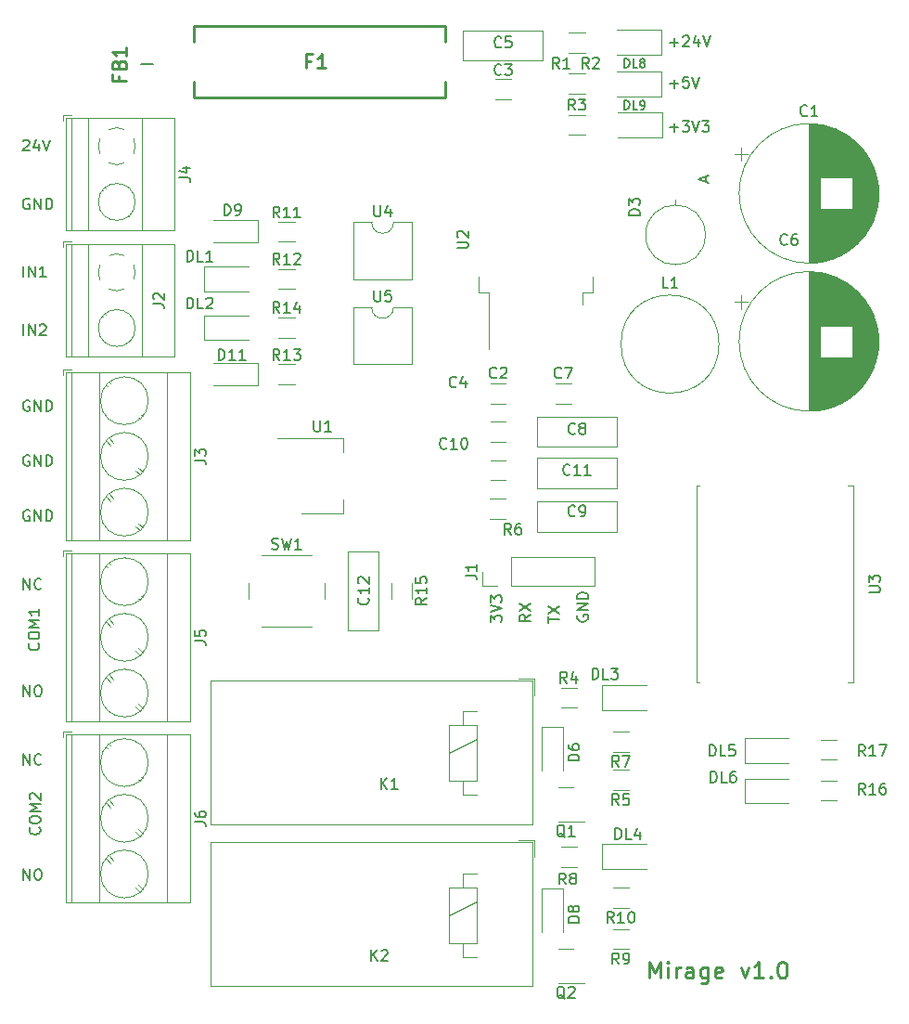
<source format=gbr>
%TF.GenerationSoftware,KiCad,Pcbnew,7.0.2*%
%TF.CreationDate,2024-04-28T14:31:10+04:00*%
%TF.ProjectId,Hope,486f7065-2e6b-4696-9361-645f70636258,rev?*%
%TF.SameCoordinates,Original*%
%TF.FileFunction,Legend,Top*%
%TF.FilePolarity,Positive*%
%FSLAX46Y46*%
G04 Gerber Fmt 4.6, Leading zero omitted, Abs format (unit mm)*
G04 Created by KiCad (PCBNEW 7.0.2) date 2024-04-28 14:31:10*
%MOMM*%
%LPD*%
G01*
G04 APERTURE LIST*
%ADD10C,0.150000*%
%ADD11C,0.250000*%
%ADD12C,0.254000*%
%ADD13C,0.120000*%
%ADD14C,0.100000*%
%ADD15C,0.200000*%
G04 APERTURE END LIST*
D10*
X141325238Y-114738095D02*
X141277619Y-114833333D01*
X141277619Y-114833333D02*
X141277619Y-114976190D01*
X141277619Y-114976190D02*
X141325238Y-115119047D01*
X141325238Y-115119047D02*
X141420476Y-115214285D01*
X141420476Y-115214285D02*
X141515714Y-115261904D01*
X141515714Y-115261904D02*
X141706190Y-115309523D01*
X141706190Y-115309523D02*
X141849047Y-115309523D01*
X141849047Y-115309523D02*
X142039523Y-115261904D01*
X142039523Y-115261904D02*
X142134761Y-115214285D01*
X142134761Y-115214285D02*
X142230000Y-115119047D01*
X142230000Y-115119047D02*
X142277619Y-114976190D01*
X142277619Y-114976190D02*
X142277619Y-114880952D01*
X142277619Y-114880952D02*
X142230000Y-114738095D01*
X142230000Y-114738095D02*
X142182380Y-114690476D01*
X142182380Y-114690476D02*
X141849047Y-114690476D01*
X141849047Y-114690476D02*
X141849047Y-114880952D01*
X142277619Y-114261904D02*
X141277619Y-114261904D01*
X141277619Y-114261904D02*
X142277619Y-113690476D01*
X142277619Y-113690476D02*
X141277619Y-113690476D01*
X142277619Y-113214285D02*
X141277619Y-113214285D01*
X141277619Y-113214285D02*
X141277619Y-112976190D01*
X141277619Y-112976190D02*
X141325238Y-112833333D01*
X141325238Y-112833333D02*
X141420476Y-112738095D01*
X141420476Y-112738095D02*
X141515714Y-112690476D01*
X141515714Y-112690476D02*
X141706190Y-112642857D01*
X141706190Y-112642857D02*
X141849047Y-112642857D01*
X141849047Y-112642857D02*
X142039523Y-112690476D01*
X142039523Y-112690476D02*
X142134761Y-112738095D01*
X142134761Y-112738095D02*
X142230000Y-112833333D01*
X142230000Y-112833333D02*
X142277619Y-112976190D01*
X142277619Y-112976190D02*
X142277619Y-113214285D01*
X138644285Y-115404761D02*
X138644285Y-114833333D01*
X139644285Y-115119047D02*
X138644285Y-115119047D01*
X138644285Y-114595237D02*
X139644285Y-113928571D01*
X138644285Y-113928571D02*
X139644285Y-114595237D01*
X137010952Y-114690476D02*
X136534761Y-115023809D01*
X137010952Y-115261904D02*
X136010952Y-115261904D01*
X136010952Y-115261904D02*
X136010952Y-114880952D01*
X136010952Y-114880952D02*
X136058571Y-114785714D01*
X136058571Y-114785714D02*
X136106190Y-114738095D01*
X136106190Y-114738095D02*
X136201428Y-114690476D01*
X136201428Y-114690476D02*
X136344285Y-114690476D01*
X136344285Y-114690476D02*
X136439523Y-114738095D01*
X136439523Y-114738095D02*
X136487142Y-114785714D01*
X136487142Y-114785714D02*
X136534761Y-114880952D01*
X136534761Y-114880952D02*
X136534761Y-115261904D01*
X136010952Y-114357142D02*
X137010952Y-113690476D01*
X136010952Y-113690476D02*
X137010952Y-114357142D01*
X133377619Y-115357142D02*
X133377619Y-114738095D01*
X133377619Y-114738095D02*
X133758571Y-115071428D01*
X133758571Y-115071428D02*
X133758571Y-114928571D01*
X133758571Y-114928571D02*
X133806190Y-114833333D01*
X133806190Y-114833333D02*
X133853809Y-114785714D01*
X133853809Y-114785714D02*
X133949047Y-114738095D01*
X133949047Y-114738095D02*
X134187142Y-114738095D01*
X134187142Y-114738095D02*
X134282380Y-114785714D01*
X134282380Y-114785714D02*
X134330000Y-114833333D01*
X134330000Y-114833333D02*
X134377619Y-114928571D01*
X134377619Y-114928571D02*
X134377619Y-115214285D01*
X134377619Y-115214285D02*
X134330000Y-115309523D01*
X134330000Y-115309523D02*
X134282380Y-115357142D01*
X133377619Y-114452380D02*
X134377619Y-114119047D01*
X134377619Y-114119047D02*
X133377619Y-113785714D01*
X133377619Y-113547618D02*
X133377619Y-112928571D01*
X133377619Y-112928571D02*
X133758571Y-113261904D01*
X133758571Y-113261904D02*
X133758571Y-113119047D01*
X133758571Y-113119047D02*
X133806190Y-113023809D01*
X133806190Y-113023809D02*
X133853809Y-112976190D01*
X133853809Y-112976190D02*
X133949047Y-112928571D01*
X133949047Y-112928571D02*
X134187142Y-112928571D01*
X134187142Y-112928571D02*
X134282380Y-112976190D01*
X134282380Y-112976190D02*
X134330000Y-113023809D01*
X134330000Y-113023809D02*
X134377619Y-113119047D01*
X134377619Y-113119047D02*
X134377619Y-113404761D01*
X134377619Y-113404761D02*
X134330000Y-113499999D01*
X134330000Y-113499999D02*
X134282380Y-113547618D01*
D11*
X147857142Y-147816428D02*
X147857142Y-146316428D01*
X147857142Y-146316428D02*
X148357142Y-147387857D01*
X148357142Y-147387857D02*
X148857142Y-146316428D01*
X148857142Y-146316428D02*
X148857142Y-147816428D01*
X149571428Y-147816428D02*
X149571428Y-146816428D01*
X149571428Y-146316428D02*
X149500000Y-146387857D01*
X149500000Y-146387857D02*
X149571428Y-146459285D01*
X149571428Y-146459285D02*
X149642857Y-146387857D01*
X149642857Y-146387857D02*
X149571428Y-146316428D01*
X149571428Y-146316428D02*
X149571428Y-146459285D01*
X150285714Y-147816428D02*
X150285714Y-146816428D01*
X150285714Y-147102142D02*
X150357143Y-146959285D01*
X150357143Y-146959285D02*
X150428572Y-146887857D01*
X150428572Y-146887857D02*
X150571429Y-146816428D01*
X150571429Y-146816428D02*
X150714286Y-146816428D01*
X151857143Y-147816428D02*
X151857143Y-147030714D01*
X151857143Y-147030714D02*
X151785714Y-146887857D01*
X151785714Y-146887857D02*
X151642857Y-146816428D01*
X151642857Y-146816428D02*
X151357143Y-146816428D01*
X151357143Y-146816428D02*
X151214285Y-146887857D01*
X151857143Y-147745000D02*
X151714285Y-147816428D01*
X151714285Y-147816428D02*
X151357143Y-147816428D01*
X151357143Y-147816428D02*
X151214285Y-147745000D01*
X151214285Y-147745000D02*
X151142857Y-147602142D01*
X151142857Y-147602142D02*
X151142857Y-147459285D01*
X151142857Y-147459285D02*
X151214285Y-147316428D01*
X151214285Y-147316428D02*
X151357143Y-147245000D01*
X151357143Y-147245000D02*
X151714285Y-147245000D01*
X151714285Y-147245000D02*
X151857143Y-147173571D01*
X153214286Y-146816428D02*
X153214286Y-148030714D01*
X153214286Y-148030714D02*
X153142857Y-148173571D01*
X153142857Y-148173571D02*
X153071428Y-148245000D01*
X153071428Y-148245000D02*
X152928571Y-148316428D01*
X152928571Y-148316428D02*
X152714286Y-148316428D01*
X152714286Y-148316428D02*
X152571428Y-148245000D01*
X153214286Y-147745000D02*
X153071428Y-147816428D01*
X153071428Y-147816428D02*
X152785714Y-147816428D01*
X152785714Y-147816428D02*
X152642857Y-147745000D01*
X152642857Y-147745000D02*
X152571428Y-147673571D01*
X152571428Y-147673571D02*
X152500000Y-147530714D01*
X152500000Y-147530714D02*
X152500000Y-147102142D01*
X152500000Y-147102142D02*
X152571428Y-146959285D01*
X152571428Y-146959285D02*
X152642857Y-146887857D01*
X152642857Y-146887857D02*
X152785714Y-146816428D01*
X152785714Y-146816428D02*
X153071428Y-146816428D01*
X153071428Y-146816428D02*
X153214286Y-146887857D01*
X154500000Y-147745000D02*
X154357143Y-147816428D01*
X154357143Y-147816428D02*
X154071429Y-147816428D01*
X154071429Y-147816428D02*
X153928571Y-147745000D01*
X153928571Y-147745000D02*
X153857143Y-147602142D01*
X153857143Y-147602142D02*
X153857143Y-147030714D01*
X153857143Y-147030714D02*
X153928571Y-146887857D01*
X153928571Y-146887857D02*
X154071429Y-146816428D01*
X154071429Y-146816428D02*
X154357143Y-146816428D01*
X154357143Y-146816428D02*
X154500000Y-146887857D01*
X154500000Y-146887857D02*
X154571429Y-147030714D01*
X154571429Y-147030714D02*
X154571429Y-147173571D01*
X154571429Y-147173571D02*
X153857143Y-147316428D01*
X156214285Y-146816428D02*
X156571428Y-147816428D01*
X156571428Y-147816428D02*
X156928571Y-146816428D01*
X158285714Y-147816428D02*
X157428571Y-147816428D01*
X157857142Y-147816428D02*
X157857142Y-146316428D01*
X157857142Y-146316428D02*
X157714285Y-146530714D01*
X157714285Y-146530714D02*
X157571428Y-146673571D01*
X157571428Y-146673571D02*
X157428571Y-146745000D01*
X158928570Y-147673571D02*
X158999999Y-147745000D01*
X158999999Y-147745000D02*
X158928570Y-147816428D01*
X158928570Y-147816428D02*
X158857142Y-147745000D01*
X158857142Y-147745000D02*
X158928570Y-147673571D01*
X158928570Y-147673571D02*
X158928570Y-147816428D01*
X159928571Y-146316428D02*
X160071428Y-146316428D01*
X160071428Y-146316428D02*
X160214285Y-146387857D01*
X160214285Y-146387857D02*
X160285714Y-146459285D01*
X160285714Y-146459285D02*
X160357142Y-146602142D01*
X160357142Y-146602142D02*
X160428571Y-146887857D01*
X160428571Y-146887857D02*
X160428571Y-147245000D01*
X160428571Y-147245000D02*
X160357142Y-147530714D01*
X160357142Y-147530714D02*
X160285714Y-147673571D01*
X160285714Y-147673571D02*
X160214285Y-147745000D01*
X160214285Y-147745000D02*
X160071428Y-147816428D01*
X160071428Y-147816428D02*
X159928571Y-147816428D01*
X159928571Y-147816428D02*
X159785714Y-147745000D01*
X159785714Y-147745000D02*
X159714285Y-147673571D01*
X159714285Y-147673571D02*
X159642856Y-147530714D01*
X159642856Y-147530714D02*
X159571428Y-147245000D01*
X159571428Y-147245000D02*
X159571428Y-146887857D01*
X159571428Y-146887857D02*
X159642856Y-146602142D01*
X159642856Y-146602142D02*
X159714285Y-146459285D01*
X159714285Y-146459285D02*
X159785714Y-146387857D01*
X159785714Y-146387857D02*
X159928571Y-146316428D01*
D10*
X149738095Y-70246666D02*
X150500000Y-70246666D01*
X150119047Y-70627619D02*
X150119047Y-69865714D01*
X150880952Y-69627619D02*
X151499999Y-69627619D01*
X151499999Y-69627619D02*
X151166666Y-70008571D01*
X151166666Y-70008571D02*
X151309523Y-70008571D01*
X151309523Y-70008571D02*
X151404761Y-70056190D01*
X151404761Y-70056190D02*
X151452380Y-70103809D01*
X151452380Y-70103809D02*
X151499999Y-70199047D01*
X151499999Y-70199047D02*
X151499999Y-70437142D01*
X151499999Y-70437142D02*
X151452380Y-70532380D01*
X151452380Y-70532380D02*
X151404761Y-70580000D01*
X151404761Y-70580000D02*
X151309523Y-70627619D01*
X151309523Y-70627619D02*
X151023809Y-70627619D01*
X151023809Y-70627619D02*
X150928571Y-70580000D01*
X150928571Y-70580000D02*
X150880952Y-70532380D01*
X151785714Y-69627619D02*
X152119047Y-70627619D01*
X152119047Y-70627619D02*
X152452380Y-69627619D01*
X152690476Y-69627619D02*
X153309523Y-69627619D01*
X153309523Y-69627619D02*
X152976190Y-70008571D01*
X152976190Y-70008571D02*
X153119047Y-70008571D01*
X153119047Y-70008571D02*
X153214285Y-70056190D01*
X153214285Y-70056190D02*
X153261904Y-70103809D01*
X153261904Y-70103809D02*
X153309523Y-70199047D01*
X153309523Y-70199047D02*
X153309523Y-70437142D01*
X153309523Y-70437142D02*
X153261904Y-70532380D01*
X153261904Y-70532380D02*
X153214285Y-70580000D01*
X153214285Y-70580000D02*
X153119047Y-70627619D01*
X153119047Y-70627619D02*
X152833333Y-70627619D01*
X152833333Y-70627619D02*
X152738095Y-70580000D01*
X152738095Y-70580000D02*
X152690476Y-70532380D01*
X90738095Y-112377619D02*
X90738095Y-111377619D01*
X90738095Y-111377619D02*
X91309523Y-112377619D01*
X91309523Y-112377619D02*
X91309523Y-111377619D01*
X92357142Y-112282380D02*
X92309523Y-112330000D01*
X92309523Y-112330000D02*
X92166666Y-112377619D01*
X92166666Y-112377619D02*
X92071428Y-112377619D01*
X92071428Y-112377619D02*
X91928571Y-112330000D01*
X91928571Y-112330000D02*
X91833333Y-112234761D01*
X91833333Y-112234761D02*
X91785714Y-112139523D01*
X91785714Y-112139523D02*
X91738095Y-111949047D01*
X91738095Y-111949047D02*
X91738095Y-111806190D01*
X91738095Y-111806190D02*
X91785714Y-111615714D01*
X91785714Y-111615714D02*
X91833333Y-111520476D01*
X91833333Y-111520476D02*
X91928571Y-111425238D01*
X91928571Y-111425238D02*
X92071428Y-111377619D01*
X92071428Y-111377619D02*
X92166666Y-111377619D01*
X92166666Y-111377619D02*
X92309523Y-111425238D01*
X92309523Y-111425238D02*
X92357142Y-111472857D01*
X90738095Y-122127619D02*
X90738095Y-121127619D01*
X90738095Y-121127619D02*
X91309523Y-122127619D01*
X91309523Y-122127619D02*
X91309523Y-121127619D01*
X91976190Y-121127619D02*
X92166666Y-121127619D01*
X92166666Y-121127619D02*
X92261904Y-121175238D01*
X92261904Y-121175238D02*
X92357142Y-121270476D01*
X92357142Y-121270476D02*
X92404761Y-121460952D01*
X92404761Y-121460952D02*
X92404761Y-121794285D01*
X92404761Y-121794285D02*
X92357142Y-121984761D01*
X92357142Y-121984761D02*
X92261904Y-122080000D01*
X92261904Y-122080000D02*
X92166666Y-122127619D01*
X92166666Y-122127619D02*
X91976190Y-122127619D01*
X91976190Y-122127619D02*
X91880952Y-122080000D01*
X91880952Y-122080000D02*
X91785714Y-121984761D01*
X91785714Y-121984761D02*
X91738095Y-121794285D01*
X91738095Y-121794285D02*
X91738095Y-121460952D01*
X91738095Y-121460952D02*
X91785714Y-121270476D01*
X91785714Y-121270476D02*
X91880952Y-121175238D01*
X91880952Y-121175238D02*
X91976190Y-121127619D01*
X91261904Y-95175238D02*
X91166666Y-95127619D01*
X91166666Y-95127619D02*
X91023809Y-95127619D01*
X91023809Y-95127619D02*
X90880952Y-95175238D01*
X90880952Y-95175238D02*
X90785714Y-95270476D01*
X90785714Y-95270476D02*
X90738095Y-95365714D01*
X90738095Y-95365714D02*
X90690476Y-95556190D01*
X90690476Y-95556190D02*
X90690476Y-95699047D01*
X90690476Y-95699047D02*
X90738095Y-95889523D01*
X90738095Y-95889523D02*
X90785714Y-95984761D01*
X90785714Y-95984761D02*
X90880952Y-96080000D01*
X90880952Y-96080000D02*
X91023809Y-96127619D01*
X91023809Y-96127619D02*
X91119047Y-96127619D01*
X91119047Y-96127619D02*
X91261904Y-96080000D01*
X91261904Y-96080000D02*
X91309523Y-96032380D01*
X91309523Y-96032380D02*
X91309523Y-95699047D01*
X91309523Y-95699047D02*
X91119047Y-95699047D01*
X91738095Y-96127619D02*
X91738095Y-95127619D01*
X91738095Y-95127619D02*
X92309523Y-96127619D01*
X92309523Y-96127619D02*
X92309523Y-95127619D01*
X92785714Y-96127619D02*
X92785714Y-95127619D01*
X92785714Y-95127619D02*
X93023809Y-95127619D01*
X93023809Y-95127619D02*
X93166666Y-95175238D01*
X93166666Y-95175238D02*
X93261904Y-95270476D01*
X93261904Y-95270476D02*
X93309523Y-95365714D01*
X93309523Y-95365714D02*
X93357142Y-95556190D01*
X93357142Y-95556190D02*
X93357142Y-95699047D01*
X93357142Y-95699047D02*
X93309523Y-95889523D01*
X93309523Y-95889523D02*
X93261904Y-95984761D01*
X93261904Y-95984761D02*
X93166666Y-96080000D01*
X93166666Y-96080000D02*
X93023809Y-96127619D01*
X93023809Y-96127619D02*
X92785714Y-96127619D01*
X149738095Y-62496666D02*
X150500000Y-62496666D01*
X150119047Y-62877619D02*
X150119047Y-62115714D01*
X150928571Y-61972857D02*
X150976190Y-61925238D01*
X150976190Y-61925238D02*
X151071428Y-61877619D01*
X151071428Y-61877619D02*
X151309523Y-61877619D01*
X151309523Y-61877619D02*
X151404761Y-61925238D01*
X151404761Y-61925238D02*
X151452380Y-61972857D01*
X151452380Y-61972857D02*
X151499999Y-62068095D01*
X151499999Y-62068095D02*
X151499999Y-62163333D01*
X151499999Y-62163333D02*
X151452380Y-62306190D01*
X151452380Y-62306190D02*
X150880952Y-62877619D01*
X150880952Y-62877619D02*
X151499999Y-62877619D01*
X152357142Y-62210952D02*
X152357142Y-62877619D01*
X152119047Y-61830000D02*
X151880952Y-62544285D01*
X151880952Y-62544285D02*
X152499999Y-62544285D01*
X152738095Y-61877619D02*
X153071428Y-62877619D01*
X153071428Y-62877619D02*
X153404761Y-61877619D01*
X91261904Y-105175238D02*
X91166666Y-105127619D01*
X91166666Y-105127619D02*
X91023809Y-105127619D01*
X91023809Y-105127619D02*
X90880952Y-105175238D01*
X90880952Y-105175238D02*
X90785714Y-105270476D01*
X90785714Y-105270476D02*
X90738095Y-105365714D01*
X90738095Y-105365714D02*
X90690476Y-105556190D01*
X90690476Y-105556190D02*
X90690476Y-105699047D01*
X90690476Y-105699047D02*
X90738095Y-105889523D01*
X90738095Y-105889523D02*
X90785714Y-105984761D01*
X90785714Y-105984761D02*
X90880952Y-106080000D01*
X90880952Y-106080000D02*
X91023809Y-106127619D01*
X91023809Y-106127619D02*
X91119047Y-106127619D01*
X91119047Y-106127619D02*
X91261904Y-106080000D01*
X91261904Y-106080000D02*
X91309523Y-106032380D01*
X91309523Y-106032380D02*
X91309523Y-105699047D01*
X91309523Y-105699047D02*
X91119047Y-105699047D01*
X91738095Y-106127619D02*
X91738095Y-105127619D01*
X91738095Y-105127619D02*
X92309523Y-106127619D01*
X92309523Y-106127619D02*
X92309523Y-105127619D01*
X92785714Y-106127619D02*
X92785714Y-105127619D01*
X92785714Y-105127619D02*
X93023809Y-105127619D01*
X93023809Y-105127619D02*
X93166666Y-105175238D01*
X93166666Y-105175238D02*
X93261904Y-105270476D01*
X93261904Y-105270476D02*
X93309523Y-105365714D01*
X93309523Y-105365714D02*
X93357142Y-105556190D01*
X93357142Y-105556190D02*
X93357142Y-105699047D01*
X93357142Y-105699047D02*
X93309523Y-105889523D01*
X93309523Y-105889523D02*
X93261904Y-105984761D01*
X93261904Y-105984761D02*
X93166666Y-106080000D01*
X93166666Y-106080000D02*
X93023809Y-106127619D01*
X93023809Y-106127619D02*
X92785714Y-106127619D01*
X91261904Y-100175238D02*
X91166666Y-100127619D01*
X91166666Y-100127619D02*
X91023809Y-100127619D01*
X91023809Y-100127619D02*
X90880952Y-100175238D01*
X90880952Y-100175238D02*
X90785714Y-100270476D01*
X90785714Y-100270476D02*
X90738095Y-100365714D01*
X90738095Y-100365714D02*
X90690476Y-100556190D01*
X90690476Y-100556190D02*
X90690476Y-100699047D01*
X90690476Y-100699047D02*
X90738095Y-100889523D01*
X90738095Y-100889523D02*
X90785714Y-100984761D01*
X90785714Y-100984761D02*
X90880952Y-101080000D01*
X90880952Y-101080000D02*
X91023809Y-101127619D01*
X91023809Y-101127619D02*
X91119047Y-101127619D01*
X91119047Y-101127619D02*
X91261904Y-101080000D01*
X91261904Y-101080000D02*
X91309523Y-101032380D01*
X91309523Y-101032380D02*
X91309523Y-100699047D01*
X91309523Y-100699047D02*
X91119047Y-100699047D01*
X91738095Y-101127619D02*
X91738095Y-100127619D01*
X91738095Y-100127619D02*
X92309523Y-101127619D01*
X92309523Y-101127619D02*
X92309523Y-100127619D01*
X92785714Y-101127619D02*
X92785714Y-100127619D01*
X92785714Y-100127619D02*
X93023809Y-100127619D01*
X93023809Y-100127619D02*
X93166666Y-100175238D01*
X93166666Y-100175238D02*
X93261904Y-100270476D01*
X93261904Y-100270476D02*
X93309523Y-100365714D01*
X93309523Y-100365714D02*
X93357142Y-100556190D01*
X93357142Y-100556190D02*
X93357142Y-100699047D01*
X93357142Y-100699047D02*
X93309523Y-100889523D01*
X93309523Y-100889523D02*
X93261904Y-100984761D01*
X93261904Y-100984761D02*
X93166666Y-101080000D01*
X93166666Y-101080000D02*
X93023809Y-101127619D01*
X93023809Y-101127619D02*
X92785714Y-101127619D01*
X90690476Y-71472857D02*
X90738095Y-71425238D01*
X90738095Y-71425238D02*
X90833333Y-71377619D01*
X90833333Y-71377619D02*
X91071428Y-71377619D01*
X91071428Y-71377619D02*
X91166666Y-71425238D01*
X91166666Y-71425238D02*
X91214285Y-71472857D01*
X91214285Y-71472857D02*
X91261904Y-71568095D01*
X91261904Y-71568095D02*
X91261904Y-71663333D01*
X91261904Y-71663333D02*
X91214285Y-71806190D01*
X91214285Y-71806190D02*
X90642857Y-72377619D01*
X90642857Y-72377619D02*
X91261904Y-72377619D01*
X92119047Y-71710952D02*
X92119047Y-72377619D01*
X91880952Y-71330000D02*
X91642857Y-72044285D01*
X91642857Y-72044285D02*
X92261904Y-72044285D01*
X92500000Y-71377619D02*
X92833333Y-72377619D01*
X92833333Y-72377619D02*
X93166666Y-71377619D01*
X92182380Y-134090476D02*
X92230000Y-134138095D01*
X92230000Y-134138095D02*
X92277619Y-134280952D01*
X92277619Y-134280952D02*
X92277619Y-134376190D01*
X92277619Y-134376190D02*
X92230000Y-134519047D01*
X92230000Y-134519047D02*
X92134761Y-134614285D01*
X92134761Y-134614285D02*
X92039523Y-134661904D01*
X92039523Y-134661904D02*
X91849047Y-134709523D01*
X91849047Y-134709523D02*
X91706190Y-134709523D01*
X91706190Y-134709523D02*
X91515714Y-134661904D01*
X91515714Y-134661904D02*
X91420476Y-134614285D01*
X91420476Y-134614285D02*
X91325238Y-134519047D01*
X91325238Y-134519047D02*
X91277619Y-134376190D01*
X91277619Y-134376190D02*
X91277619Y-134280952D01*
X91277619Y-134280952D02*
X91325238Y-134138095D01*
X91325238Y-134138095D02*
X91372857Y-134090476D01*
X91277619Y-133471428D02*
X91277619Y-133280952D01*
X91277619Y-133280952D02*
X91325238Y-133185714D01*
X91325238Y-133185714D02*
X91420476Y-133090476D01*
X91420476Y-133090476D02*
X91610952Y-133042857D01*
X91610952Y-133042857D02*
X91944285Y-133042857D01*
X91944285Y-133042857D02*
X92134761Y-133090476D01*
X92134761Y-133090476D02*
X92230000Y-133185714D01*
X92230000Y-133185714D02*
X92277619Y-133280952D01*
X92277619Y-133280952D02*
X92277619Y-133471428D01*
X92277619Y-133471428D02*
X92230000Y-133566666D01*
X92230000Y-133566666D02*
X92134761Y-133661904D01*
X92134761Y-133661904D02*
X91944285Y-133709523D01*
X91944285Y-133709523D02*
X91610952Y-133709523D01*
X91610952Y-133709523D02*
X91420476Y-133661904D01*
X91420476Y-133661904D02*
X91325238Y-133566666D01*
X91325238Y-133566666D02*
X91277619Y-133471428D01*
X92277619Y-132614285D02*
X91277619Y-132614285D01*
X91277619Y-132614285D02*
X91991904Y-132280952D01*
X91991904Y-132280952D02*
X91277619Y-131947619D01*
X91277619Y-131947619D02*
X92277619Y-131947619D01*
X91372857Y-131519047D02*
X91325238Y-131471428D01*
X91325238Y-131471428D02*
X91277619Y-131376190D01*
X91277619Y-131376190D02*
X91277619Y-131138095D01*
X91277619Y-131138095D02*
X91325238Y-131042857D01*
X91325238Y-131042857D02*
X91372857Y-130995238D01*
X91372857Y-130995238D02*
X91468095Y-130947619D01*
X91468095Y-130947619D02*
X91563333Y-130947619D01*
X91563333Y-130947619D02*
X91706190Y-130995238D01*
X91706190Y-130995238D02*
X92277619Y-131566666D01*
X92277619Y-131566666D02*
X92277619Y-130947619D01*
X149738095Y-66246666D02*
X150500000Y-66246666D01*
X150119047Y-66627619D02*
X150119047Y-65865714D01*
X151452380Y-65627619D02*
X150976190Y-65627619D01*
X150976190Y-65627619D02*
X150928571Y-66103809D01*
X150928571Y-66103809D02*
X150976190Y-66056190D01*
X150976190Y-66056190D02*
X151071428Y-66008571D01*
X151071428Y-66008571D02*
X151309523Y-66008571D01*
X151309523Y-66008571D02*
X151404761Y-66056190D01*
X151404761Y-66056190D02*
X151452380Y-66103809D01*
X151452380Y-66103809D02*
X151499999Y-66199047D01*
X151499999Y-66199047D02*
X151499999Y-66437142D01*
X151499999Y-66437142D02*
X151452380Y-66532380D01*
X151452380Y-66532380D02*
X151404761Y-66580000D01*
X151404761Y-66580000D02*
X151309523Y-66627619D01*
X151309523Y-66627619D02*
X151071428Y-66627619D01*
X151071428Y-66627619D02*
X150976190Y-66580000D01*
X150976190Y-66580000D02*
X150928571Y-66532380D01*
X151785714Y-65627619D02*
X152119047Y-66627619D01*
X152119047Y-66627619D02*
X152452380Y-65627619D01*
X90738095Y-128377619D02*
X90738095Y-127377619D01*
X90738095Y-127377619D02*
X91309523Y-128377619D01*
X91309523Y-128377619D02*
X91309523Y-127377619D01*
X92357142Y-128282380D02*
X92309523Y-128330000D01*
X92309523Y-128330000D02*
X92166666Y-128377619D01*
X92166666Y-128377619D02*
X92071428Y-128377619D01*
X92071428Y-128377619D02*
X91928571Y-128330000D01*
X91928571Y-128330000D02*
X91833333Y-128234761D01*
X91833333Y-128234761D02*
X91785714Y-128139523D01*
X91785714Y-128139523D02*
X91738095Y-127949047D01*
X91738095Y-127949047D02*
X91738095Y-127806190D01*
X91738095Y-127806190D02*
X91785714Y-127615714D01*
X91785714Y-127615714D02*
X91833333Y-127520476D01*
X91833333Y-127520476D02*
X91928571Y-127425238D01*
X91928571Y-127425238D02*
X92071428Y-127377619D01*
X92071428Y-127377619D02*
X92166666Y-127377619D01*
X92166666Y-127377619D02*
X92309523Y-127425238D01*
X92309523Y-127425238D02*
X92357142Y-127472857D01*
X92082380Y-117290476D02*
X92130000Y-117338095D01*
X92130000Y-117338095D02*
X92177619Y-117480952D01*
X92177619Y-117480952D02*
X92177619Y-117576190D01*
X92177619Y-117576190D02*
X92130000Y-117719047D01*
X92130000Y-117719047D02*
X92034761Y-117814285D01*
X92034761Y-117814285D02*
X91939523Y-117861904D01*
X91939523Y-117861904D02*
X91749047Y-117909523D01*
X91749047Y-117909523D02*
X91606190Y-117909523D01*
X91606190Y-117909523D02*
X91415714Y-117861904D01*
X91415714Y-117861904D02*
X91320476Y-117814285D01*
X91320476Y-117814285D02*
X91225238Y-117719047D01*
X91225238Y-117719047D02*
X91177619Y-117576190D01*
X91177619Y-117576190D02*
X91177619Y-117480952D01*
X91177619Y-117480952D02*
X91225238Y-117338095D01*
X91225238Y-117338095D02*
X91272857Y-117290476D01*
X91177619Y-116671428D02*
X91177619Y-116480952D01*
X91177619Y-116480952D02*
X91225238Y-116385714D01*
X91225238Y-116385714D02*
X91320476Y-116290476D01*
X91320476Y-116290476D02*
X91510952Y-116242857D01*
X91510952Y-116242857D02*
X91844285Y-116242857D01*
X91844285Y-116242857D02*
X92034761Y-116290476D01*
X92034761Y-116290476D02*
X92130000Y-116385714D01*
X92130000Y-116385714D02*
X92177619Y-116480952D01*
X92177619Y-116480952D02*
X92177619Y-116671428D01*
X92177619Y-116671428D02*
X92130000Y-116766666D01*
X92130000Y-116766666D02*
X92034761Y-116861904D01*
X92034761Y-116861904D02*
X91844285Y-116909523D01*
X91844285Y-116909523D02*
X91510952Y-116909523D01*
X91510952Y-116909523D02*
X91320476Y-116861904D01*
X91320476Y-116861904D02*
X91225238Y-116766666D01*
X91225238Y-116766666D02*
X91177619Y-116671428D01*
X92177619Y-115814285D02*
X91177619Y-115814285D01*
X91177619Y-115814285D02*
X91891904Y-115480952D01*
X91891904Y-115480952D02*
X91177619Y-115147619D01*
X91177619Y-115147619D02*
X92177619Y-115147619D01*
X92177619Y-114147619D02*
X92177619Y-114719047D01*
X92177619Y-114433333D02*
X91177619Y-114433333D01*
X91177619Y-114433333D02*
X91320476Y-114528571D01*
X91320476Y-114528571D02*
X91415714Y-114623809D01*
X91415714Y-114623809D02*
X91463333Y-114719047D01*
X91261904Y-76758571D02*
X91166666Y-76710952D01*
X91166666Y-76710952D02*
X91023809Y-76710952D01*
X91023809Y-76710952D02*
X90880952Y-76758571D01*
X90880952Y-76758571D02*
X90785714Y-76853809D01*
X90785714Y-76853809D02*
X90738095Y-76949047D01*
X90738095Y-76949047D02*
X90690476Y-77139523D01*
X90690476Y-77139523D02*
X90690476Y-77282380D01*
X90690476Y-77282380D02*
X90738095Y-77472856D01*
X90738095Y-77472856D02*
X90785714Y-77568094D01*
X90785714Y-77568094D02*
X90880952Y-77663333D01*
X90880952Y-77663333D02*
X91023809Y-77710952D01*
X91023809Y-77710952D02*
X91119047Y-77710952D01*
X91119047Y-77710952D02*
X91261904Y-77663333D01*
X91261904Y-77663333D02*
X91309523Y-77615713D01*
X91309523Y-77615713D02*
X91309523Y-77282380D01*
X91309523Y-77282380D02*
X91119047Y-77282380D01*
X91738095Y-77710952D02*
X91738095Y-76710952D01*
X91738095Y-76710952D02*
X92309523Y-77710952D01*
X92309523Y-77710952D02*
X92309523Y-76710952D01*
X92785714Y-77710952D02*
X92785714Y-76710952D01*
X92785714Y-76710952D02*
X93023809Y-76710952D01*
X93023809Y-76710952D02*
X93166666Y-76758571D01*
X93166666Y-76758571D02*
X93261904Y-76853809D01*
X93261904Y-76853809D02*
X93309523Y-76949047D01*
X93309523Y-76949047D02*
X93357142Y-77139523D01*
X93357142Y-77139523D02*
X93357142Y-77282380D01*
X93357142Y-77282380D02*
X93309523Y-77472856D01*
X93309523Y-77472856D02*
X93261904Y-77568094D01*
X93261904Y-77568094D02*
X93166666Y-77663333D01*
X93166666Y-77663333D02*
X93023809Y-77710952D01*
X93023809Y-77710952D02*
X92785714Y-77710952D01*
X90738095Y-138877619D02*
X90738095Y-137877619D01*
X90738095Y-137877619D02*
X91309523Y-138877619D01*
X91309523Y-138877619D02*
X91309523Y-137877619D01*
X91976190Y-137877619D02*
X92166666Y-137877619D01*
X92166666Y-137877619D02*
X92261904Y-137925238D01*
X92261904Y-137925238D02*
X92357142Y-138020476D01*
X92357142Y-138020476D02*
X92404761Y-138210952D01*
X92404761Y-138210952D02*
X92404761Y-138544285D01*
X92404761Y-138544285D02*
X92357142Y-138734761D01*
X92357142Y-138734761D02*
X92261904Y-138830000D01*
X92261904Y-138830000D02*
X92166666Y-138877619D01*
X92166666Y-138877619D02*
X91976190Y-138877619D01*
X91976190Y-138877619D02*
X91880952Y-138830000D01*
X91880952Y-138830000D02*
X91785714Y-138734761D01*
X91785714Y-138734761D02*
X91738095Y-138544285D01*
X91738095Y-138544285D02*
X91738095Y-138210952D01*
X91738095Y-138210952D02*
X91785714Y-138020476D01*
X91785714Y-138020476D02*
X91880952Y-137925238D01*
X91880952Y-137925238D02*
X91976190Y-137877619D01*
X90738095Y-83877619D02*
X90738095Y-82877619D01*
X91214285Y-83877619D02*
X91214285Y-82877619D01*
X91214285Y-82877619D02*
X91785713Y-83877619D01*
X91785713Y-83877619D02*
X91785713Y-82877619D01*
X92785713Y-83877619D02*
X92214285Y-83877619D01*
X92499999Y-83877619D02*
X92499999Y-82877619D01*
X92499999Y-82877619D02*
X92404761Y-83020476D01*
X92404761Y-83020476D02*
X92309523Y-83115714D01*
X92309523Y-83115714D02*
X92214285Y-83163333D01*
X90738095Y-89210953D02*
X90738095Y-88210953D01*
X91214285Y-89210953D02*
X91214285Y-88210953D01*
X91214285Y-88210953D02*
X91785713Y-89210953D01*
X91785713Y-89210953D02*
X91785713Y-88210953D01*
X92214285Y-88306191D02*
X92261904Y-88258572D01*
X92261904Y-88258572D02*
X92357142Y-88210953D01*
X92357142Y-88210953D02*
X92595237Y-88210953D01*
X92595237Y-88210953D02*
X92690475Y-88258572D01*
X92690475Y-88258572D02*
X92738094Y-88306191D01*
X92738094Y-88306191D02*
X92785713Y-88401429D01*
X92785713Y-88401429D02*
X92785713Y-88496667D01*
X92785713Y-88496667D02*
X92738094Y-88639524D01*
X92738094Y-88639524D02*
X92166666Y-89210953D01*
X92166666Y-89210953D02*
X92785713Y-89210953D01*
%TO.C,U3*%
X167912619Y-112651904D02*
X168722142Y-112651904D01*
X168722142Y-112651904D02*
X168817380Y-112604285D01*
X168817380Y-112604285D02*
X168865000Y-112556666D01*
X168865000Y-112556666D02*
X168912619Y-112461428D01*
X168912619Y-112461428D02*
X168912619Y-112270952D01*
X168912619Y-112270952D02*
X168865000Y-112175714D01*
X168865000Y-112175714D02*
X168817380Y-112128095D01*
X168817380Y-112128095D02*
X168722142Y-112080476D01*
X168722142Y-112080476D02*
X167912619Y-112080476D01*
X167912619Y-111699523D02*
X167912619Y-111080476D01*
X167912619Y-111080476D02*
X168293571Y-111413809D01*
X168293571Y-111413809D02*
X168293571Y-111270952D01*
X168293571Y-111270952D02*
X168341190Y-111175714D01*
X168341190Y-111175714D02*
X168388809Y-111128095D01*
X168388809Y-111128095D02*
X168484047Y-111080476D01*
X168484047Y-111080476D02*
X168722142Y-111080476D01*
X168722142Y-111080476D02*
X168817380Y-111128095D01*
X168817380Y-111128095D02*
X168865000Y-111175714D01*
X168865000Y-111175714D02*
X168912619Y-111270952D01*
X168912619Y-111270952D02*
X168912619Y-111556666D01*
X168912619Y-111556666D02*
X168865000Y-111651904D01*
X168865000Y-111651904D02*
X168817380Y-111699523D01*
%TO.C,R16*%
X167557142Y-131062619D02*
X167223809Y-130586428D01*
X166985714Y-131062619D02*
X166985714Y-130062619D01*
X166985714Y-130062619D02*
X167366666Y-130062619D01*
X167366666Y-130062619D02*
X167461904Y-130110238D01*
X167461904Y-130110238D02*
X167509523Y-130157857D01*
X167509523Y-130157857D02*
X167557142Y-130253095D01*
X167557142Y-130253095D02*
X167557142Y-130395952D01*
X167557142Y-130395952D02*
X167509523Y-130491190D01*
X167509523Y-130491190D02*
X167461904Y-130538809D01*
X167461904Y-130538809D02*
X167366666Y-130586428D01*
X167366666Y-130586428D02*
X166985714Y-130586428D01*
X168509523Y-131062619D02*
X167938095Y-131062619D01*
X168223809Y-131062619D02*
X168223809Y-130062619D01*
X168223809Y-130062619D02*
X168128571Y-130205476D01*
X168128571Y-130205476D02*
X168033333Y-130300714D01*
X168033333Y-130300714D02*
X167938095Y-130348333D01*
X169366666Y-130062619D02*
X169176190Y-130062619D01*
X169176190Y-130062619D02*
X169080952Y-130110238D01*
X169080952Y-130110238D02*
X169033333Y-130157857D01*
X169033333Y-130157857D02*
X168938095Y-130300714D01*
X168938095Y-130300714D02*
X168890476Y-130491190D01*
X168890476Y-130491190D02*
X168890476Y-130872142D01*
X168890476Y-130872142D02*
X168938095Y-130967380D01*
X168938095Y-130967380D02*
X168985714Y-131015000D01*
X168985714Y-131015000D02*
X169080952Y-131062619D01*
X169080952Y-131062619D02*
X169271428Y-131062619D01*
X169271428Y-131062619D02*
X169366666Y-131015000D01*
X169366666Y-131015000D02*
X169414285Y-130967380D01*
X169414285Y-130967380D02*
X169461904Y-130872142D01*
X169461904Y-130872142D02*
X169461904Y-130634047D01*
X169461904Y-130634047D02*
X169414285Y-130538809D01*
X169414285Y-130538809D02*
X169366666Y-130491190D01*
X169366666Y-130491190D02*
X169271428Y-130443571D01*
X169271428Y-130443571D02*
X169080952Y-130443571D01*
X169080952Y-130443571D02*
X168985714Y-130491190D01*
X168985714Y-130491190D02*
X168938095Y-130538809D01*
X168938095Y-130538809D02*
X168890476Y-130634047D01*
%TO.C,DL1*%
X105657143Y-82462619D02*
X105657143Y-81462619D01*
X105657143Y-81462619D02*
X105895238Y-81462619D01*
X105895238Y-81462619D02*
X106038095Y-81510238D01*
X106038095Y-81510238D02*
X106133333Y-81605476D01*
X106133333Y-81605476D02*
X106180952Y-81700714D01*
X106180952Y-81700714D02*
X106228571Y-81891190D01*
X106228571Y-81891190D02*
X106228571Y-82034047D01*
X106228571Y-82034047D02*
X106180952Y-82224523D01*
X106180952Y-82224523D02*
X106133333Y-82319761D01*
X106133333Y-82319761D02*
X106038095Y-82415000D01*
X106038095Y-82415000D02*
X105895238Y-82462619D01*
X105895238Y-82462619D02*
X105657143Y-82462619D01*
X107133333Y-82462619D02*
X106657143Y-82462619D01*
X106657143Y-82462619D02*
X106657143Y-81462619D01*
X107990476Y-82462619D02*
X107419048Y-82462619D01*
X107704762Y-82462619D02*
X107704762Y-81462619D01*
X107704762Y-81462619D02*
X107609524Y-81605476D01*
X107609524Y-81605476D02*
X107514286Y-81700714D01*
X107514286Y-81700714D02*
X107419048Y-81748333D01*
%TO.C,J2*%
X102562619Y-86333333D02*
X103276904Y-86333333D01*
X103276904Y-86333333D02*
X103419761Y-86380952D01*
X103419761Y-86380952D02*
X103515000Y-86476190D01*
X103515000Y-86476190D02*
X103562619Y-86619047D01*
X103562619Y-86619047D02*
X103562619Y-86714285D01*
X102657857Y-85904761D02*
X102610238Y-85857142D01*
X102610238Y-85857142D02*
X102562619Y-85761904D01*
X102562619Y-85761904D02*
X102562619Y-85523809D01*
X102562619Y-85523809D02*
X102610238Y-85428571D01*
X102610238Y-85428571D02*
X102657857Y-85380952D01*
X102657857Y-85380952D02*
X102753095Y-85333333D01*
X102753095Y-85333333D02*
X102848333Y-85333333D01*
X102848333Y-85333333D02*
X102991190Y-85380952D01*
X102991190Y-85380952D02*
X103562619Y-85952380D01*
X103562619Y-85952380D02*
X103562619Y-85333333D01*
%TO.C,K1*%
X123361905Y-130562619D02*
X123361905Y-129562619D01*
X123933333Y-130562619D02*
X123504762Y-129991190D01*
X123933333Y-129562619D02*
X123361905Y-130134047D01*
X124885714Y-130562619D02*
X124314286Y-130562619D01*
X124600000Y-130562619D02*
X124600000Y-129562619D01*
X124600000Y-129562619D02*
X124504762Y-129705476D01*
X124504762Y-129705476D02*
X124409524Y-129800714D01*
X124409524Y-129800714D02*
X124314286Y-129848333D01*
%TO.C,K2*%
X122461905Y-146262619D02*
X122461905Y-145262619D01*
X123033333Y-146262619D02*
X122604762Y-145691190D01*
X123033333Y-145262619D02*
X122461905Y-145834047D01*
X123414286Y-145357857D02*
X123461905Y-145310238D01*
X123461905Y-145310238D02*
X123557143Y-145262619D01*
X123557143Y-145262619D02*
X123795238Y-145262619D01*
X123795238Y-145262619D02*
X123890476Y-145310238D01*
X123890476Y-145310238D02*
X123938095Y-145357857D01*
X123938095Y-145357857D02*
X123985714Y-145453095D01*
X123985714Y-145453095D02*
X123985714Y-145548333D01*
X123985714Y-145548333D02*
X123938095Y-145691190D01*
X123938095Y-145691190D02*
X123366667Y-146262619D01*
X123366667Y-146262619D02*
X123985714Y-146262619D01*
%TO.C,J6*%
X106372619Y-133578333D02*
X107086904Y-133578333D01*
X107086904Y-133578333D02*
X107229761Y-133625952D01*
X107229761Y-133625952D02*
X107325000Y-133721190D01*
X107325000Y-133721190D02*
X107372619Y-133864047D01*
X107372619Y-133864047D02*
X107372619Y-133959285D01*
X106372619Y-132673571D02*
X106372619Y-132864047D01*
X106372619Y-132864047D02*
X106420238Y-132959285D01*
X106420238Y-132959285D02*
X106467857Y-133006904D01*
X106467857Y-133006904D02*
X106610714Y-133102142D01*
X106610714Y-133102142D02*
X106801190Y-133149761D01*
X106801190Y-133149761D02*
X107182142Y-133149761D01*
X107182142Y-133149761D02*
X107277380Y-133102142D01*
X107277380Y-133102142D02*
X107325000Y-133054523D01*
X107325000Y-133054523D02*
X107372619Y-132959285D01*
X107372619Y-132959285D02*
X107372619Y-132768809D01*
X107372619Y-132768809D02*
X107325000Y-132673571D01*
X107325000Y-132673571D02*
X107277380Y-132625952D01*
X107277380Y-132625952D02*
X107182142Y-132578333D01*
X107182142Y-132578333D02*
X106944047Y-132578333D01*
X106944047Y-132578333D02*
X106848809Y-132625952D01*
X106848809Y-132625952D02*
X106801190Y-132673571D01*
X106801190Y-132673571D02*
X106753571Y-132768809D01*
X106753571Y-132768809D02*
X106753571Y-132959285D01*
X106753571Y-132959285D02*
X106801190Y-133054523D01*
X106801190Y-133054523D02*
X106848809Y-133102142D01*
X106848809Y-133102142D02*
X106944047Y-133149761D01*
%TO.C,R3*%
X141083333Y-68642619D02*
X140750000Y-68166428D01*
X140511905Y-68642619D02*
X140511905Y-67642619D01*
X140511905Y-67642619D02*
X140892857Y-67642619D01*
X140892857Y-67642619D02*
X140988095Y-67690238D01*
X140988095Y-67690238D02*
X141035714Y-67737857D01*
X141035714Y-67737857D02*
X141083333Y-67833095D01*
X141083333Y-67833095D02*
X141083333Y-67975952D01*
X141083333Y-67975952D02*
X141035714Y-68071190D01*
X141035714Y-68071190D02*
X140988095Y-68118809D01*
X140988095Y-68118809D02*
X140892857Y-68166428D01*
X140892857Y-68166428D02*
X140511905Y-68166428D01*
X141416667Y-67642619D02*
X142035714Y-67642619D01*
X142035714Y-67642619D02*
X141702381Y-68023571D01*
X141702381Y-68023571D02*
X141845238Y-68023571D01*
X141845238Y-68023571D02*
X141940476Y-68071190D01*
X141940476Y-68071190D02*
X141988095Y-68118809D01*
X141988095Y-68118809D02*
X142035714Y-68214047D01*
X142035714Y-68214047D02*
X142035714Y-68452142D01*
X142035714Y-68452142D02*
X141988095Y-68547380D01*
X141988095Y-68547380D02*
X141940476Y-68595000D01*
X141940476Y-68595000D02*
X141845238Y-68642619D01*
X141845238Y-68642619D02*
X141559524Y-68642619D01*
X141559524Y-68642619D02*
X141464286Y-68595000D01*
X141464286Y-68595000D02*
X141416667Y-68547380D01*
%TO.C,D11*%
X108535714Y-91462619D02*
X108535714Y-90462619D01*
X108535714Y-90462619D02*
X108773809Y-90462619D01*
X108773809Y-90462619D02*
X108916666Y-90510238D01*
X108916666Y-90510238D02*
X109011904Y-90605476D01*
X109011904Y-90605476D02*
X109059523Y-90700714D01*
X109059523Y-90700714D02*
X109107142Y-90891190D01*
X109107142Y-90891190D02*
X109107142Y-91034047D01*
X109107142Y-91034047D02*
X109059523Y-91224523D01*
X109059523Y-91224523D02*
X109011904Y-91319761D01*
X109011904Y-91319761D02*
X108916666Y-91415000D01*
X108916666Y-91415000D02*
X108773809Y-91462619D01*
X108773809Y-91462619D02*
X108535714Y-91462619D01*
X110059523Y-91462619D02*
X109488095Y-91462619D01*
X109773809Y-91462619D02*
X109773809Y-90462619D01*
X109773809Y-90462619D02*
X109678571Y-90605476D01*
X109678571Y-90605476D02*
X109583333Y-90700714D01*
X109583333Y-90700714D02*
X109488095Y-90748333D01*
X111011904Y-91462619D02*
X110440476Y-91462619D01*
X110726190Y-91462619D02*
X110726190Y-90462619D01*
X110726190Y-90462619D02*
X110630952Y-90605476D01*
X110630952Y-90605476D02*
X110535714Y-90700714D01*
X110535714Y-90700714D02*
X110440476Y-90748333D01*
%TO.C,C10*%
X129357142Y-99467380D02*
X129309523Y-99515000D01*
X129309523Y-99515000D02*
X129166666Y-99562619D01*
X129166666Y-99562619D02*
X129071428Y-99562619D01*
X129071428Y-99562619D02*
X128928571Y-99515000D01*
X128928571Y-99515000D02*
X128833333Y-99419761D01*
X128833333Y-99419761D02*
X128785714Y-99324523D01*
X128785714Y-99324523D02*
X128738095Y-99134047D01*
X128738095Y-99134047D02*
X128738095Y-98991190D01*
X128738095Y-98991190D02*
X128785714Y-98800714D01*
X128785714Y-98800714D02*
X128833333Y-98705476D01*
X128833333Y-98705476D02*
X128928571Y-98610238D01*
X128928571Y-98610238D02*
X129071428Y-98562619D01*
X129071428Y-98562619D02*
X129166666Y-98562619D01*
X129166666Y-98562619D02*
X129309523Y-98610238D01*
X129309523Y-98610238D02*
X129357142Y-98657857D01*
X130309523Y-99562619D02*
X129738095Y-99562619D01*
X130023809Y-99562619D02*
X130023809Y-98562619D01*
X130023809Y-98562619D02*
X129928571Y-98705476D01*
X129928571Y-98705476D02*
X129833333Y-98800714D01*
X129833333Y-98800714D02*
X129738095Y-98848333D01*
X130928571Y-98562619D02*
X131023809Y-98562619D01*
X131023809Y-98562619D02*
X131119047Y-98610238D01*
X131119047Y-98610238D02*
X131166666Y-98657857D01*
X131166666Y-98657857D02*
X131214285Y-98753095D01*
X131214285Y-98753095D02*
X131261904Y-98943571D01*
X131261904Y-98943571D02*
X131261904Y-99181666D01*
X131261904Y-99181666D02*
X131214285Y-99372142D01*
X131214285Y-99372142D02*
X131166666Y-99467380D01*
X131166666Y-99467380D02*
X131119047Y-99515000D01*
X131119047Y-99515000D02*
X131023809Y-99562619D01*
X131023809Y-99562619D02*
X130928571Y-99562619D01*
X130928571Y-99562619D02*
X130833333Y-99515000D01*
X130833333Y-99515000D02*
X130785714Y-99467380D01*
X130785714Y-99467380D02*
X130738095Y-99372142D01*
X130738095Y-99372142D02*
X130690476Y-99181666D01*
X130690476Y-99181666D02*
X130690476Y-98943571D01*
X130690476Y-98943571D02*
X130738095Y-98753095D01*
X130738095Y-98753095D02*
X130785714Y-98657857D01*
X130785714Y-98657857D02*
X130833333Y-98610238D01*
X130833333Y-98610238D02*
X130928571Y-98562619D01*
%TO.C,C4*%
X130233333Y-93867380D02*
X130185714Y-93915000D01*
X130185714Y-93915000D02*
X130042857Y-93962619D01*
X130042857Y-93962619D02*
X129947619Y-93962619D01*
X129947619Y-93962619D02*
X129804762Y-93915000D01*
X129804762Y-93915000D02*
X129709524Y-93819761D01*
X129709524Y-93819761D02*
X129661905Y-93724523D01*
X129661905Y-93724523D02*
X129614286Y-93534047D01*
X129614286Y-93534047D02*
X129614286Y-93391190D01*
X129614286Y-93391190D02*
X129661905Y-93200714D01*
X129661905Y-93200714D02*
X129709524Y-93105476D01*
X129709524Y-93105476D02*
X129804762Y-93010238D01*
X129804762Y-93010238D02*
X129947619Y-92962619D01*
X129947619Y-92962619D02*
X130042857Y-92962619D01*
X130042857Y-92962619D02*
X130185714Y-93010238D01*
X130185714Y-93010238D02*
X130233333Y-93057857D01*
X131090476Y-93295952D02*
X131090476Y-93962619D01*
X130852381Y-92915000D02*
X130614286Y-93629285D01*
X130614286Y-93629285D02*
X131233333Y-93629285D01*
%TO.C,D6*%
X141462619Y-127988094D02*
X140462619Y-127988094D01*
X140462619Y-127988094D02*
X140462619Y-127749999D01*
X140462619Y-127749999D02*
X140510238Y-127607142D01*
X140510238Y-127607142D02*
X140605476Y-127511904D01*
X140605476Y-127511904D02*
X140700714Y-127464285D01*
X140700714Y-127464285D02*
X140891190Y-127416666D01*
X140891190Y-127416666D02*
X141034047Y-127416666D01*
X141034047Y-127416666D02*
X141224523Y-127464285D01*
X141224523Y-127464285D02*
X141319761Y-127511904D01*
X141319761Y-127511904D02*
X141415000Y-127607142D01*
X141415000Y-127607142D02*
X141462619Y-127749999D01*
X141462619Y-127749999D02*
X141462619Y-127988094D01*
X140462619Y-126559523D02*
X140462619Y-126749999D01*
X140462619Y-126749999D02*
X140510238Y-126845237D01*
X140510238Y-126845237D02*
X140557857Y-126892856D01*
X140557857Y-126892856D02*
X140700714Y-126988094D01*
X140700714Y-126988094D02*
X140891190Y-127035713D01*
X140891190Y-127035713D02*
X141272142Y-127035713D01*
X141272142Y-127035713D02*
X141367380Y-126988094D01*
X141367380Y-126988094D02*
X141415000Y-126940475D01*
X141415000Y-126940475D02*
X141462619Y-126845237D01*
X141462619Y-126845237D02*
X141462619Y-126654761D01*
X141462619Y-126654761D02*
X141415000Y-126559523D01*
X141415000Y-126559523D02*
X141367380Y-126511904D01*
X141367380Y-126511904D02*
X141272142Y-126464285D01*
X141272142Y-126464285D02*
X141034047Y-126464285D01*
X141034047Y-126464285D02*
X140938809Y-126511904D01*
X140938809Y-126511904D02*
X140891190Y-126559523D01*
X140891190Y-126559523D02*
X140843571Y-126654761D01*
X140843571Y-126654761D02*
X140843571Y-126845237D01*
X140843571Y-126845237D02*
X140891190Y-126940475D01*
X140891190Y-126940475D02*
X140938809Y-126988094D01*
X140938809Y-126988094D02*
X141034047Y-127035713D01*
%TO.C,R2*%
X142333333Y-64862619D02*
X142000000Y-64386428D01*
X141761905Y-64862619D02*
X141761905Y-63862619D01*
X141761905Y-63862619D02*
X142142857Y-63862619D01*
X142142857Y-63862619D02*
X142238095Y-63910238D01*
X142238095Y-63910238D02*
X142285714Y-63957857D01*
X142285714Y-63957857D02*
X142333333Y-64053095D01*
X142333333Y-64053095D02*
X142333333Y-64195952D01*
X142333333Y-64195952D02*
X142285714Y-64291190D01*
X142285714Y-64291190D02*
X142238095Y-64338809D01*
X142238095Y-64338809D02*
X142142857Y-64386428D01*
X142142857Y-64386428D02*
X141761905Y-64386428D01*
X142714286Y-63957857D02*
X142761905Y-63910238D01*
X142761905Y-63910238D02*
X142857143Y-63862619D01*
X142857143Y-63862619D02*
X143095238Y-63862619D01*
X143095238Y-63862619D02*
X143190476Y-63910238D01*
X143190476Y-63910238D02*
X143238095Y-63957857D01*
X143238095Y-63957857D02*
X143285714Y-64053095D01*
X143285714Y-64053095D02*
X143285714Y-64148333D01*
X143285714Y-64148333D02*
X143238095Y-64291190D01*
X143238095Y-64291190D02*
X142666667Y-64862619D01*
X142666667Y-64862619D02*
X143285714Y-64862619D01*
%TO.C,L1*%
X149583333Y-84862619D02*
X149107143Y-84862619D01*
X149107143Y-84862619D02*
X149107143Y-83862619D01*
X150440476Y-84862619D02*
X149869048Y-84862619D01*
X150154762Y-84862619D02*
X150154762Y-83862619D01*
X150154762Y-83862619D02*
X150059524Y-84005476D01*
X150059524Y-84005476D02*
X149964286Y-84100714D01*
X149964286Y-84100714D02*
X149869048Y-84148333D01*
%TO.C,C5*%
X134333333Y-62867380D02*
X134285714Y-62915000D01*
X134285714Y-62915000D02*
X134142857Y-62962619D01*
X134142857Y-62962619D02*
X134047619Y-62962619D01*
X134047619Y-62962619D02*
X133904762Y-62915000D01*
X133904762Y-62915000D02*
X133809524Y-62819761D01*
X133809524Y-62819761D02*
X133761905Y-62724523D01*
X133761905Y-62724523D02*
X133714286Y-62534047D01*
X133714286Y-62534047D02*
X133714286Y-62391190D01*
X133714286Y-62391190D02*
X133761905Y-62200714D01*
X133761905Y-62200714D02*
X133809524Y-62105476D01*
X133809524Y-62105476D02*
X133904762Y-62010238D01*
X133904762Y-62010238D02*
X134047619Y-61962619D01*
X134047619Y-61962619D02*
X134142857Y-61962619D01*
X134142857Y-61962619D02*
X134285714Y-62010238D01*
X134285714Y-62010238D02*
X134333333Y-62057857D01*
X135238095Y-61962619D02*
X134761905Y-61962619D01*
X134761905Y-61962619D02*
X134714286Y-62438809D01*
X134714286Y-62438809D02*
X134761905Y-62391190D01*
X134761905Y-62391190D02*
X134857143Y-62343571D01*
X134857143Y-62343571D02*
X135095238Y-62343571D01*
X135095238Y-62343571D02*
X135190476Y-62391190D01*
X135190476Y-62391190D02*
X135238095Y-62438809D01*
X135238095Y-62438809D02*
X135285714Y-62534047D01*
X135285714Y-62534047D02*
X135285714Y-62772142D01*
X135285714Y-62772142D02*
X135238095Y-62867380D01*
X135238095Y-62867380D02*
X135190476Y-62915000D01*
X135190476Y-62915000D02*
X135095238Y-62962619D01*
X135095238Y-62962619D02*
X134857143Y-62962619D01*
X134857143Y-62962619D02*
X134761905Y-62915000D01*
X134761905Y-62915000D02*
X134714286Y-62867380D01*
%TO.C,R9*%
X145083333Y-146532619D02*
X144750000Y-146056428D01*
X144511905Y-146532619D02*
X144511905Y-145532619D01*
X144511905Y-145532619D02*
X144892857Y-145532619D01*
X144892857Y-145532619D02*
X144988095Y-145580238D01*
X144988095Y-145580238D02*
X145035714Y-145627857D01*
X145035714Y-145627857D02*
X145083333Y-145723095D01*
X145083333Y-145723095D02*
X145083333Y-145865952D01*
X145083333Y-145865952D02*
X145035714Y-145961190D01*
X145035714Y-145961190D02*
X144988095Y-146008809D01*
X144988095Y-146008809D02*
X144892857Y-146056428D01*
X144892857Y-146056428D02*
X144511905Y-146056428D01*
X145559524Y-146532619D02*
X145750000Y-146532619D01*
X145750000Y-146532619D02*
X145845238Y-146485000D01*
X145845238Y-146485000D02*
X145892857Y-146437380D01*
X145892857Y-146437380D02*
X145988095Y-146294523D01*
X145988095Y-146294523D02*
X146035714Y-146104047D01*
X146035714Y-146104047D02*
X146035714Y-145723095D01*
X146035714Y-145723095D02*
X145988095Y-145627857D01*
X145988095Y-145627857D02*
X145940476Y-145580238D01*
X145940476Y-145580238D02*
X145845238Y-145532619D01*
X145845238Y-145532619D02*
X145654762Y-145532619D01*
X145654762Y-145532619D02*
X145559524Y-145580238D01*
X145559524Y-145580238D02*
X145511905Y-145627857D01*
X145511905Y-145627857D02*
X145464286Y-145723095D01*
X145464286Y-145723095D02*
X145464286Y-145961190D01*
X145464286Y-145961190D02*
X145511905Y-146056428D01*
X145511905Y-146056428D02*
X145559524Y-146104047D01*
X145559524Y-146104047D02*
X145654762Y-146151666D01*
X145654762Y-146151666D02*
X145845238Y-146151666D01*
X145845238Y-146151666D02*
X145940476Y-146104047D01*
X145940476Y-146104047D02*
X145988095Y-146056428D01*
X145988095Y-146056428D02*
X146035714Y-145961190D01*
%TO.C,R14*%
X114107142Y-87145953D02*
X113773809Y-86669762D01*
X113535714Y-87145953D02*
X113535714Y-86145953D01*
X113535714Y-86145953D02*
X113916666Y-86145953D01*
X113916666Y-86145953D02*
X114011904Y-86193572D01*
X114011904Y-86193572D02*
X114059523Y-86241191D01*
X114059523Y-86241191D02*
X114107142Y-86336429D01*
X114107142Y-86336429D02*
X114107142Y-86479286D01*
X114107142Y-86479286D02*
X114059523Y-86574524D01*
X114059523Y-86574524D02*
X114011904Y-86622143D01*
X114011904Y-86622143D02*
X113916666Y-86669762D01*
X113916666Y-86669762D02*
X113535714Y-86669762D01*
X115059523Y-87145953D02*
X114488095Y-87145953D01*
X114773809Y-87145953D02*
X114773809Y-86145953D01*
X114773809Y-86145953D02*
X114678571Y-86288810D01*
X114678571Y-86288810D02*
X114583333Y-86384048D01*
X114583333Y-86384048D02*
X114488095Y-86431667D01*
X115916666Y-86479286D02*
X115916666Y-87145953D01*
X115678571Y-86098334D02*
X115440476Y-86812619D01*
X115440476Y-86812619D02*
X116059523Y-86812619D01*
%TO.C,C2*%
X133895833Y-93017380D02*
X133848214Y-93065000D01*
X133848214Y-93065000D02*
X133705357Y-93112619D01*
X133705357Y-93112619D02*
X133610119Y-93112619D01*
X133610119Y-93112619D02*
X133467262Y-93065000D01*
X133467262Y-93065000D02*
X133372024Y-92969761D01*
X133372024Y-92969761D02*
X133324405Y-92874523D01*
X133324405Y-92874523D02*
X133276786Y-92684047D01*
X133276786Y-92684047D02*
X133276786Y-92541190D01*
X133276786Y-92541190D02*
X133324405Y-92350714D01*
X133324405Y-92350714D02*
X133372024Y-92255476D01*
X133372024Y-92255476D02*
X133467262Y-92160238D01*
X133467262Y-92160238D02*
X133610119Y-92112619D01*
X133610119Y-92112619D02*
X133705357Y-92112619D01*
X133705357Y-92112619D02*
X133848214Y-92160238D01*
X133848214Y-92160238D02*
X133895833Y-92207857D01*
X134276786Y-92207857D02*
X134324405Y-92160238D01*
X134324405Y-92160238D02*
X134419643Y-92112619D01*
X134419643Y-92112619D02*
X134657738Y-92112619D01*
X134657738Y-92112619D02*
X134752976Y-92160238D01*
X134752976Y-92160238D02*
X134800595Y-92207857D01*
X134800595Y-92207857D02*
X134848214Y-92303095D01*
X134848214Y-92303095D02*
X134848214Y-92398333D01*
X134848214Y-92398333D02*
X134800595Y-92541190D01*
X134800595Y-92541190D02*
X134229167Y-93112619D01*
X134229167Y-93112619D02*
X134848214Y-93112619D01*
%TO.C,R8*%
X140233333Y-139262619D02*
X139900000Y-138786428D01*
X139661905Y-139262619D02*
X139661905Y-138262619D01*
X139661905Y-138262619D02*
X140042857Y-138262619D01*
X140042857Y-138262619D02*
X140138095Y-138310238D01*
X140138095Y-138310238D02*
X140185714Y-138357857D01*
X140185714Y-138357857D02*
X140233333Y-138453095D01*
X140233333Y-138453095D02*
X140233333Y-138595952D01*
X140233333Y-138595952D02*
X140185714Y-138691190D01*
X140185714Y-138691190D02*
X140138095Y-138738809D01*
X140138095Y-138738809D02*
X140042857Y-138786428D01*
X140042857Y-138786428D02*
X139661905Y-138786428D01*
X140804762Y-138691190D02*
X140709524Y-138643571D01*
X140709524Y-138643571D02*
X140661905Y-138595952D01*
X140661905Y-138595952D02*
X140614286Y-138500714D01*
X140614286Y-138500714D02*
X140614286Y-138453095D01*
X140614286Y-138453095D02*
X140661905Y-138357857D01*
X140661905Y-138357857D02*
X140709524Y-138310238D01*
X140709524Y-138310238D02*
X140804762Y-138262619D01*
X140804762Y-138262619D02*
X140995238Y-138262619D01*
X140995238Y-138262619D02*
X141090476Y-138310238D01*
X141090476Y-138310238D02*
X141138095Y-138357857D01*
X141138095Y-138357857D02*
X141185714Y-138453095D01*
X141185714Y-138453095D02*
X141185714Y-138500714D01*
X141185714Y-138500714D02*
X141138095Y-138595952D01*
X141138095Y-138595952D02*
X141090476Y-138643571D01*
X141090476Y-138643571D02*
X140995238Y-138691190D01*
X140995238Y-138691190D02*
X140804762Y-138691190D01*
X140804762Y-138691190D02*
X140709524Y-138738809D01*
X140709524Y-138738809D02*
X140661905Y-138786428D01*
X140661905Y-138786428D02*
X140614286Y-138881666D01*
X140614286Y-138881666D02*
X140614286Y-139072142D01*
X140614286Y-139072142D02*
X140661905Y-139167380D01*
X140661905Y-139167380D02*
X140709524Y-139215000D01*
X140709524Y-139215000D02*
X140804762Y-139262619D01*
X140804762Y-139262619D02*
X140995238Y-139262619D01*
X140995238Y-139262619D02*
X141090476Y-139215000D01*
X141090476Y-139215000D02*
X141138095Y-139167380D01*
X141138095Y-139167380D02*
X141185714Y-139072142D01*
X141185714Y-139072142D02*
X141185714Y-138881666D01*
X141185714Y-138881666D02*
X141138095Y-138786428D01*
X141138095Y-138786428D02*
X141090476Y-138738809D01*
X141090476Y-138738809D02*
X140995238Y-138691190D01*
%TO.C,C9*%
X141083333Y-105617380D02*
X141035714Y-105665000D01*
X141035714Y-105665000D02*
X140892857Y-105712619D01*
X140892857Y-105712619D02*
X140797619Y-105712619D01*
X140797619Y-105712619D02*
X140654762Y-105665000D01*
X140654762Y-105665000D02*
X140559524Y-105569761D01*
X140559524Y-105569761D02*
X140511905Y-105474523D01*
X140511905Y-105474523D02*
X140464286Y-105284047D01*
X140464286Y-105284047D02*
X140464286Y-105141190D01*
X140464286Y-105141190D02*
X140511905Y-104950714D01*
X140511905Y-104950714D02*
X140559524Y-104855476D01*
X140559524Y-104855476D02*
X140654762Y-104760238D01*
X140654762Y-104760238D02*
X140797619Y-104712619D01*
X140797619Y-104712619D02*
X140892857Y-104712619D01*
X140892857Y-104712619D02*
X141035714Y-104760238D01*
X141035714Y-104760238D02*
X141083333Y-104807857D01*
X141559524Y-105712619D02*
X141750000Y-105712619D01*
X141750000Y-105712619D02*
X141845238Y-105665000D01*
X141845238Y-105665000D02*
X141892857Y-105617380D01*
X141892857Y-105617380D02*
X141988095Y-105474523D01*
X141988095Y-105474523D02*
X142035714Y-105284047D01*
X142035714Y-105284047D02*
X142035714Y-104903095D01*
X142035714Y-104903095D02*
X141988095Y-104807857D01*
X141988095Y-104807857D02*
X141940476Y-104760238D01*
X141940476Y-104760238D02*
X141845238Y-104712619D01*
X141845238Y-104712619D02*
X141654762Y-104712619D01*
X141654762Y-104712619D02*
X141559524Y-104760238D01*
X141559524Y-104760238D02*
X141511905Y-104807857D01*
X141511905Y-104807857D02*
X141464286Y-104903095D01*
X141464286Y-104903095D02*
X141464286Y-105141190D01*
X141464286Y-105141190D02*
X141511905Y-105236428D01*
X141511905Y-105236428D02*
X141559524Y-105284047D01*
X141559524Y-105284047D02*
X141654762Y-105331666D01*
X141654762Y-105331666D02*
X141845238Y-105331666D01*
X141845238Y-105331666D02*
X141940476Y-105284047D01*
X141940476Y-105284047D02*
X141988095Y-105236428D01*
X141988095Y-105236428D02*
X142035714Y-105141190D01*
%TO.C,R17*%
X167557142Y-127562619D02*
X167223809Y-127086428D01*
X166985714Y-127562619D02*
X166985714Y-126562619D01*
X166985714Y-126562619D02*
X167366666Y-126562619D01*
X167366666Y-126562619D02*
X167461904Y-126610238D01*
X167461904Y-126610238D02*
X167509523Y-126657857D01*
X167509523Y-126657857D02*
X167557142Y-126753095D01*
X167557142Y-126753095D02*
X167557142Y-126895952D01*
X167557142Y-126895952D02*
X167509523Y-126991190D01*
X167509523Y-126991190D02*
X167461904Y-127038809D01*
X167461904Y-127038809D02*
X167366666Y-127086428D01*
X167366666Y-127086428D02*
X166985714Y-127086428D01*
X168509523Y-127562619D02*
X167938095Y-127562619D01*
X168223809Y-127562619D02*
X168223809Y-126562619D01*
X168223809Y-126562619D02*
X168128571Y-126705476D01*
X168128571Y-126705476D02*
X168033333Y-126800714D01*
X168033333Y-126800714D02*
X167938095Y-126848333D01*
X168842857Y-126562619D02*
X169509523Y-126562619D01*
X169509523Y-126562619D02*
X169080952Y-127562619D01*
%TO.C,DL8*%
X145585714Y-64770095D02*
X145585714Y-63970095D01*
X145585714Y-63970095D02*
X145776190Y-63970095D01*
X145776190Y-63970095D02*
X145890476Y-64008190D01*
X145890476Y-64008190D02*
X145966666Y-64084380D01*
X145966666Y-64084380D02*
X146004761Y-64160571D01*
X146004761Y-64160571D02*
X146042857Y-64312952D01*
X146042857Y-64312952D02*
X146042857Y-64427238D01*
X146042857Y-64427238D02*
X146004761Y-64579619D01*
X146004761Y-64579619D02*
X145966666Y-64655809D01*
X145966666Y-64655809D02*
X145890476Y-64732000D01*
X145890476Y-64732000D02*
X145776190Y-64770095D01*
X145776190Y-64770095D02*
X145585714Y-64770095D01*
X146766666Y-64770095D02*
X146385714Y-64770095D01*
X146385714Y-64770095D02*
X146385714Y-63970095D01*
X147147618Y-64312952D02*
X147071428Y-64274857D01*
X147071428Y-64274857D02*
X147033333Y-64236761D01*
X147033333Y-64236761D02*
X146995237Y-64160571D01*
X146995237Y-64160571D02*
X146995237Y-64122476D01*
X146995237Y-64122476D02*
X147033333Y-64046285D01*
X147033333Y-64046285D02*
X147071428Y-64008190D01*
X147071428Y-64008190D02*
X147147618Y-63970095D01*
X147147618Y-63970095D02*
X147299999Y-63970095D01*
X147299999Y-63970095D02*
X147376190Y-64008190D01*
X147376190Y-64008190D02*
X147414285Y-64046285D01*
X147414285Y-64046285D02*
X147452380Y-64122476D01*
X147452380Y-64122476D02*
X147452380Y-64160571D01*
X147452380Y-64160571D02*
X147414285Y-64236761D01*
X147414285Y-64236761D02*
X147376190Y-64274857D01*
X147376190Y-64274857D02*
X147299999Y-64312952D01*
X147299999Y-64312952D02*
X147147618Y-64312952D01*
X147147618Y-64312952D02*
X147071428Y-64351047D01*
X147071428Y-64351047D02*
X147033333Y-64389142D01*
X147033333Y-64389142D02*
X146995237Y-64465333D01*
X146995237Y-64465333D02*
X146995237Y-64617714D01*
X146995237Y-64617714D02*
X147033333Y-64693904D01*
X147033333Y-64693904D02*
X147071428Y-64732000D01*
X147071428Y-64732000D02*
X147147618Y-64770095D01*
X147147618Y-64770095D02*
X147299999Y-64770095D01*
X147299999Y-64770095D02*
X147376190Y-64732000D01*
X147376190Y-64732000D02*
X147414285Y-64693904D01*
X147414285Y-64693904D02*
X147452380Y-64617714D01*
X147452380Y-64617714D02*
X147452380Y-64465333D01*
X147452380Y-64465333D02*
X147414285Y-64389142D01*
X147414285Y-64389142D02*
X147376190Y-64351047D01*
X147376190Y-64351047D02*
X147299999Y-64312952D01*
%TO.C,DL9*%
X145585714Y-68570095D02*
X145585714Y-67770095D01*
X145585714Y-67770095D02*
X145776190Y-67770095D01*
X145776190Y-67770095D02*
X145890476Y-67808190D01*
X145890476Y-67808190D02*
X145966666Y-67884380D01*
X145966666Y-67884380D02*
X146004761Y-67960571D01*
X146004761Y-67960571D02*
X146042857Y-68112952D01*
X146042857Y-68112952D02*
X146042857Y-68227238D01*
X146042857Y-68227238D02*
X146004761Y-68379619D01*
X146004761Y-68379619D02*
X145966666Y-68455809D01*
X145966666Y-68455809D02*
X145890476Y-68532000D01*
X145890476Y-68532000D02*
X145776190Y-68570095D01*
X145776190Y-68570095D02*
X145585714Y-68570095D01*
X146766666Y-68570095D02*
X146385714Y-68570095D01*
X146385714Y-68570095D02*
X146385714Y-67770095D01*
X147071428Y-68570095D02*
X147223809Y-68570095D01*
X147223809Y-68570095D02*
X147299999Y-68532000D01*
X147299999Y-68532000D02*
X147338095Y-68493904D01*
X147338095Y-68493904D02*
X147414285Y-68379619D01*
X147414285Y-68379619D02*
X147452380Y-68227238D01*
X147452380Y-68227238D02*
X147452380Y-67922476D01*
X147452380Y-67922476D02*
X147414285Y-67846285D01*
X147414285Y-67846285D02*
X147376190Y-67808190D01*
X147376190Y-67808190D02*
X147299999Y-67770095D01*
X147299999Y-67770095D02*
X147147618Y-67770095D01*
X147147618Y-67770095D02*
X147071428Y-67808190D01*
X147071428Y-67808190D02*
X147033333Y-67846285D01*
X147033333Y-67846285D02*
X146995237Y-67922476D01*
X146995237Y-67922476D02*
X146995237Y-68112952D01*
X146995237Y-68112952D02*
X147033333Y-68189142D01*
X147033333Y-68189142D02*
X147071428Y-68227238D01*
X147071428Y-68227238D02*
X147147618Y-68265333D01*
X147147618Y-68265333D02*
X147299999Y-68265333D01*
X147299999Y-68265333D02*
X147376190Y-68227238D01*
X147376190Y-68227238D02*
X147414285Y-68189142D01*
X147414285Y-68189142D02*
X147452380Y-68112952D01*
%TO.C,J5*%
X106372619Y-117078333D02*
X107086904Y-117078333D01*
X107086904Y-117078333D02*
X107229761Y-117125952D01*
X107229761Y-117125952D02*
X107325000Y-117221190D01*
X107325000Y-117221190D02*
X107372619Y-117364047D01*
X107372619Y-117364047D02*
X107372619Y-117459285D01*
X106372619Y-116125952D02*
X106372619Y-116602142D01*
X106372619Y-116602142D02*
X106848809Y-116649761D01*
X106848809Y-116649761D02*
X106801190Y-116602142D01*
X106801190Y-116602142D02*
X106753571Y-116506904D01*
X106753571Y-116506904D02*
X106753571Y-116268809D01*
X106753571Y-116268809D02*
X106801190Y-116173571D01*
X106801190Y-116173571D02*
X106848809Y-116125952D01*
X106848809Y-116125952D02*
X106944047Y-116078333D01*
X106944047Y-116078333D02*
X107182142Y-116078333D01*
X107182142Y-116078333D02*
X107277380Y-116125952D01*
X107277380Y-116125952D02*
X107325000Y-116173571D01*
X107325000Y-116173571D02*
X107372619Y-116268809D01*
X107372619Y-116268809D02*
X107372619Y-116506904D01*
X107372619Y-116506904D02*
X107325000Y-116602142D01*
X107325000Y-116602142D02*
X107277380Y-116649761D01*
%TO.C,C3*%
X134333333Y-65367380D02*
X134285714Y-65415000D01*
X134285714Y-65415000D02*
X134142857Y-65462619D01*
X134142857Y-65462619D02*
X134047619Y-65462619D01*
X134047619Y-65462619D02*
X133904762Y-65415000D01*
X133904762Y-65415000D02*
X133809524Y-65319761D01*
X133809524Y-65319761D02*
X133761905Y-65224523D01*
X133761905Y-65224523D02*
X133714286Y-65034047D01*
X133714286Y-65034047D02*
X133714286Y-64891190D01*
X133714286Y-64891190D02*
X133761905Y-64700714D01*
X133761905Y-64700714D02*
X133809524Y-64605476D01*
X133809524Y-64605476D02*
X133904762Y-64510238D01*
X133904762Y-64510238D02*
X134047619Y-64462619D01*
X134047619Y-64462619D02*
X134142857Y-64462619D01*
X134142857Y-64462619D02*
X134285714Y-64510238D01*
X134285714Y-64510238D02*
X134333333Y-64557857D01*
X134666667Y-64462619D02*
X135285714Y-64462619D01*
X135285714Y-64462619D02*
X134952381Y-64843571D01*
X134952381Y-64843571D02*
X135095238Y-64843571D01*
X135095238Y-64843571D02*
X135190476Y-64891190D01*
X135190476Y-64891190D02*
X135238095Y-64938809D01*
X135238095Y-64938809D02*
X135285714Y-65034047D01*
X135285714Y-65034047D02*
X135285714Y-65272142D01*
X135285714Y-65272142D02*
X135238095Y-65367380D01*
X135238095Y-65367380D02*
X135190476Y-65415000D01*
X135190476Y-65415000D02*
X135095238Y-65462619D01*
X135095238Y-65462619D02*
X134809524Y-65462619D01*
X134809524Y-65462619D02*
X134714286Y-65415000D01*
X134714286Y-65415000D02*
X134666667Y-65367380D01*
%TO.C,R6*%
X135233333Y-107362619D02*
X134900000Y-106886428D01*
X134661905Y-107362619D02*
X134661905Y-106362619D01*
X134661905Y-106362619D02*
X135042857Y-106362619D01*
X135042857Y-106362619D02*
X135138095Y-106410238D01*
X135138095Y-106410238D02*
X135185714Y-106457857D01*
X135185714Y-106457857D02*
X135233333Y-106553095D01*
X135233333Y-106553095D02*
X135233333Y-106695952D01*
X135233333Y-106695952D02*
X135185714Y-106791190D01*
X135185714Y-106791190D02*
X135138095Y-106838809D01*
X135138095Y-106838809D02*
X135042857Y-106886428D01*
X135042857Y-106886428D02*
X134661905Y-106886428D01*
X136090476Y-106362619D02*
X135900000Y-106362619D01*
X135900000Y-106362619D02*
X135804762Y-106410238D01*
X135804762Y-106410238D02*
X135757143Y-106457857D01*
X135757143Y-106457857D02*
X135661905Y-106600714D01*
X135661905Y-106600714D02*
X135614286Y-106791190D01*
X135614286Y-106791190D02*
X135614286Y-107172142D01*
X135614286Y-107172142D02*
X135661905Y-107267380D01*
X135661905Y-107267380D02*
X135709524Y-107315000D01*
X135709524Y-107315000D02*
X135804762Y-107362619D01*
X135804762Y-107362619D02*
X135995238Y-107362619D01*
X135995238Y-107362619D02*
X136090476Y-107315000D01*
X136090476Y-107315000D02*
X136138095Y-107267380D01*
X136138095Y-107267380D02*
X136185714Y-107172142D01*
X136185714Y-107172142D02*
X136185714Y-106934047D01*
X136185714Y-106934047D02*
X136138095Y-106838809D01*
X136138095Y-106838809D02*
X136090476Y-106791190D01*
X136090476Y-106791190D02*
X135995238Y-106743571D01*
X135995238Y-106743571D02*
X135804762Y-106743571D01*
X135804762Y-106743571D02*
X135709524Y-106791190D01*
X135709524Y-106791190D02*
X135661905Y-106838809D01*
X135661905Y-106838809D02*
X135614286Y-106934047D01*
%TO.C,C11*%
X140607142Y-101867380D02*
X140559523Y-101915000D01*
X140559523Y-101915000D02*
X140416666Y-101962619D01*
X140416666Y-101962619D02*
X140321428Y-101962619D01*
X140321428Y-101962619D02*
X140178571Y-101915000D01*
X140178571Y-101915000D02*
X140083333Y-101819761D01*
X140083333Y-101819761D02*
X140035714Y-101724523D01*
X140035714Y-101724523D02*
X139988095Y-101534047D01*
X139988095Y-101534047D02*
X139988095Y-101391190D01*
X139988095Y-101391190D02*
X140035714Y-101200714D01*
X140035714Y-101200714D02*
X140083333Y-101105476D01*
X140083333Y-101105476D02*
X140178571Y-101010238D01*
X140178571Y-101010238D02*
X140321428Y-100962619D01*
X140321428Y-100962619D02*
X140416666Y-100962619D01*
X140416666Y-100962619D02*
X140559523Y-101010238D01*
X140559523Y-101010238D02*
X140607142Y-101057857D01*
X141559523Y-101962619D02*
X140988095Y-101962619D01*
X141273809Y-101962619D02*
X141273809Y-100962619D01*
X141273809Y-100962619D02*
X141178571Y-101105476D01*
X141178571Y-101105476D02*
X141083333Y-101200714D01*
X141083333Y-101200714D02*
X140988095Y-101248333D01*
X142511904Y-101962619D02*
X141940476Y-101962619D01*
X142226190Y-101962619D02*
X142226190Y-100962619D01*
X142226190Y-100962619D02*
X142130952Y-101105476D01*
X142130952Y-101105476D02*
X142035714Y-101200714D01*
X142035714Y-101200714D02*
X141940476Y-101248333D01*
%TO.C,DL6*%
X153457143Y-129962619D02*
X153457143Y-128962619D01*
X153457143Y-128962619D02*
X153695238Y-128962619D01*
X153695238Y-128962619D02*
X153838095Y-129010238D01*
X153838095Y-129010238D02*
X153933333Y-129105476D01*
X153933333Y-129105476D02*
X153980952Y-129200714D01*
X153980952Y-129200714D02*
X154028571Y-129391190D01*
X154028571Y-129391190D02*
X154028571Y-129534047D01*
X154028571Y-129534047D02*
X153980952Y-129724523D01*
X153980952Y-129724523D02*
X153933333Y-129819761D01*
X153933333Y-129819761D02*
X153838095Y-129915000D01*
X153838095Y-129915000D02*
X153695238Y-129962619D01*
X153695238Y-129962619D02*
X153457143Y-129962619D01*
X154933333Y-129962619D02*
X154457143Y-129962619D01*
X154457143Y-129962619D02*
X154457143Y-128962619D01*
X155695238Y-128962619D02*
X155504762Y-128962619D01*
X155504762Y-128962619D02*
X155409524Y-129010238D01*
X155409524Y-129010238D02*
X155361905Y-129057857D01*
X155361905Y-129057857D02*
X155266667Y-129200714D01*
X155266667Y-129200714D02*
X155219048Y-129391190D01*
X155219048Y-129391190D02*
X155219048Y-129772142D01*
X155219048Y-129772142D02*
X155266667Y-129867380D01*
X155266667Y-129867380D02*
X155314286Y-129915000D01*
X155314286Y-129915000D02*
X155409524Y-129962619D01*
X155409524Y-129962619D02*
X155600000Y-129962619D01*
X155600000Y-129962619D02*
X155695238Y-129915000D01*
X155695238Y-129915000D02*
X155742857Y-129867380D01*
X155742857Y-129867380D02*
X155790476Y-129772142D01*
X155790476Y-129772142D02*
X155790476Y-129534047D01*
X155790476Y-129534047D02*
X155742857Y-129438809D01*
X155742857Y-129438809D02*
X155695238Y-129391190D01*
X155695238Y-129391190D02*
X155600000Y-129343571D01*
X155600000Y-129343571D02*
X155409524Y-129343571D01*
X155409524Y-129343571D02*
X155314286Y-129391190D01*
X155314286Y-129391190D02*
X155266667Y-129438809D01*
X155266667Y-129438809D02*
X155219048Y-129534047D01*
%TO.C,U4*%
X122748095Y-77357619D02*
X122748095Y-78167142D01*
X122748095Y-78167142D02*
X122795714Y-78262380D01*
X122795714Y-78262380D02*
X122843333Y-78310000D01*
X122843333Y-78310000D02*
X122938571Y-78357619D01*
X122938571Y-78357619D02*
X123129047Y-78357619D01*
X123129047Y-78357619D02*
X123224285Y-78310000D01*
X123224285Y-78310000D02*
X123271904Y-78262380D01*
X123271904Y-78262380D02*
X123319523Y-78167142D01*
X123319523Y-78167142D02*
X123319523Y-77357619D01*
X124224285Y-77690952D02*
X124224285Y-78357619D01*
X123986190Y-77310000D02*
X123748095Y-78024285D01*
X123748095Y-78024285D02*
X124367142Y-78024285D01*
%TO.C,J4*%
X104972619Y-74828333D02*
X105686904Y-74828333D01*
X105686904Y-74828333D02*
X105829761Y-74875952D01*
X105829761Y-74875952D02*
X105925000Y-74971190D01*
X105925000Y-74971190D02*
X105972619Y-75114047D01*
X105972619Y-75114047D02*
X105972619Y-75209285D01*
X105305952Y-73923571D02*
X105972619Y-73923571D01*
X104925000Y-74161666D02*
X105639285Y-74399761D01*
X105639285Y-74399761D02*
X105639285Y-73780714D01*
%TO.C,C12*%
X122167380Y-113142857D02*
X122215000Y-113190476D01*
X122215000Y-113190476D02*
X122262619Y-113333333D01*
X122262619Y-113333333D02*
X122262619Y-113428571D01*
X122262619Y-113428571D02*
X122215000Y-113571428D01*
X122215000Y-113571428D02*
X122119761Y-113666666D01*
X122119761Y-113666666D02*
X122024523Y-113714285D01*
X122024523Y-113714285D02*
X121834047Y-113761904D01*
X121834047Y-113761904D02*
X121691190Y-113761904D01*
X121691190Y-113761904D02*
X121500714Y-113714285D01*
X121500714Y-113714285D02*
X121405476Y-113666666D01*
X121405476Y-113666666D02*
X121310238Y-113571428D01*
X121310238Y-113571428D02*
X121262619Y-113428571D01*
X121262619Y-113428571D02*
X121262619Y-113333333D01*
X121262619Y-113333333D02*
X121310238Y-113190476D01*
X121310238Y-113190476D02*
X121357857Y-113142857D01*
X122262619Y-112190476D02*
X122262619Y-112761904D01*
X122262619Y-112476190D02*
X121262619Y-112476190D01*
X121262619Y-112476190D02*
X121405476Y-112571428D01*
X121405476Y-112571428D02*
X121500714Y-112666666D01*
X121500714Y-112666666D02*
X121548333Y-112761904D01*
X121357857Y-111809523D02*
X121310238Y-111761904D01*
X121310238Y-111761904D02*
X121262619Y-111666666D01*
X121262619Y-111666666D02*
X121262619Y-111428571D01*
X121262619Y-111428571D02*
X121310238Y-111333333D01*
X121310238Y-111333333D02*
X121357857Y-111285714D01*
X121357857Y-111285714D02*
X121453095Y-111238095D01*
X121453095Y-111238095D02*
X121548333Y-111238095D01*
X121548333Y-111238095D02*
X121691190Y-111285714D01*
X121691190Y-111285714D02*
X122262619Y-111857142D01*
X122262619Y-111857142D02*
X122262619Y-111238095D01*
%TO.C,U5*%
X122748095Y-85107619D02*
X122748095Y-85917142D01*
X122748095Y-85917142D02*
X122795714Y-86012380D01*
X122795714Y-86012380D02*
X122843333Y-86060000D01*
X122843333Y-86060000D02*
X122938571Y-86107619D01*
X122938571Y-86107619D02*
X123129047Y-86107619D01*
X123129047Y-86107619D02*
X123224285Y-86060000D01*
X123224285Y-86060000D02*
X123271904Y-86012380D01*
X123271904Y-86012380D02*
X123319523Y-85917142D01*
X123319523Y-85917142D02*
X123319523Y-85107619D01*
X124271904Y-85107619D02*
X123795714Y-85107619D01*
X123795714Y-85107619D02*
X123748095Y-85583809D01*
X123748095Y-85583809D02*
X123795714Y-85536190D01*
X123795714Y-85536190D02*
X123890952Y-85488571D01*
X123890952Y-85488571D02*
X124129047Y-85488571D01*
X124129047Y-85488571D02*
X124224285Y-85536190D01*
X124224285Y-85536190D02*
X124271904Y-85583809D01*
X124271904Y-85583809D02*
X124319523Y-85679047D01*
X124319523Y-85679047D02*
X124319523Y-85917142D01*
X124319523Y-85917142D02*
X124271904Y-86012380D01*
X124271904Y-86012380D02*
X124224285Y-86060000D01*
X124224285Y-86060000D02*
X124129047Y-86107619D01*
X124129047Y-86107619D02*
X123890952Y-86107619D01*
X123890952Y-86107619D02*
X123795714Y-86060000D01*
X123795714Y-86060000D02*
X123748095Y-86012380D01*
%TO.C,R13*%
X114107142Y-91462619D02*
X113773809Y-90986428D01*
X113535714Y-91462619D02*
X113535714Y-90462619D01*
X113535714Y-90462619D02*
X113916666Y-90462619D01*
X113916666Y-90462619D02*
X114011904Y-90510238D01*
X114011904Y-90510238D02*
X114059523Y-90557857D01*
X114059523Y-90557857D02*
X114107142Y-90653095D01*
X114107142Y-90653095D02*
X114107142Y-90795952D01*
X114107142Y-90795952D02*
X114059523Y-90891190D01*
X114059523Y-90891190D02*
X114011904Y-90938809D01*
X114011904Y-90938809D02*
X113916666Y-90986428D01*
X113916666Y-90986428D02*
X113535714Y-90986428D01*
X115059523Y-91462619D02*
X114488095Y-91462619D01*
X114773809Y-91462619D02*
X114773809Y-90462619D01*
X114773809Y-90462619D02*
X114678571Y-90605476D01*
X114678571Y-90605476D02*
X114583333Y-90700714D01*
X114583333Y-90700714D02*
X114488095Y-90748333D01*
X115392857Y-90462619D02*
X116011904Y-90462619D01*
X116011904Y-90462619D02*
X115678571Y-90843571D01*
X115678571Y-90843571D02*
X115821428Y-90843571D01*
X115821428Y-90843571D02*
X115916666Y-90891190D01*
X115916666Y-90891190D02*
X115964285Y-90938809D01*
X115964285Y-90938809D02*
X116011904Y-91034047D01*
X116011904Y-91034047D02*
X116011904Y-91272142D01*
X116011904Y-91272142D02*
X115964285Y-91367380D01*
X115964285Y-91367380D02*
X115916666Y-91415000D01*
X115916666Y-91415000D02*
X115821428Y-91462619D01*
X115821428Y-91462619D02*
X115535714Y-91462619D01*
X115535714Y-91462619D02*
X115440476Y-91415000D01*
X115440476Y-91415000D02*
X115392857Y-91367380D01*
%TO.C,DL3*%
X142657143Y-120562619D02*
X142657143Y-119562619D01*
X142657143Y-119562619D02*
X142895238Y-119562619D01*
X142895238Y-119562619D02*
X143038095Y-119610238D01*
X143038095Y-119610238D02*
X143133333Y-119705476D01*
X143133333Y-119705476D02*
X143180952Y-119800714D01*
X143180952Y-119800714D02*
X143228571Y-119991190D01*
X143228571Y-119991190D02*
X143228571Y-120134047D01*
X143228571Y-120134047D02*
X143180952Y-120324523D01*
X143180952Y-120324523D02*
X143133333Y-120419761D01*
X143133333Y-120419761D02*
X143038095Y-120515000D01*
X143038095Y-120515000D02*
X142895238Y-120562619D01*
X142895238Y-120562619D02*
X142657143Y-120562619D01*
X144133333Y-120562619D02*
X143657143Y-120562619D01*
X143657143Y-120562619D02*
X143657143Y-119562619D01*
X144371429Y-119562619D02*
X144990476Y-119562619D01*
X144990476Y-119562619D02*
X144657143Y-119943571D01*
X144657143Y-119943571D02*
X144800000Y-119943571D01*
X144800000Y-119943571D02*
X144895238Y-119991190D01*
X144895238Y-119991190D02*
X144942857Y-120038809D01*
X144942857Y-120038809D02*
X144990476Y-120134047D01*
X144990476Y-120134047D02*
X144990476Y-120372142D01*
X144990476Y-120372142D02*
X144942857Y-120467380D01*
X144942857Y-120467380D02*
X144895238Y-120515000D01*
X144895238Y-120515000D02*
X144800000Y-120562619D01*
X144800000Y-120562619D02*
X144514286Y-120562619D01*
X144514286Y-120562619D02*
X144419048Y-120515000D01*
X144419048Y-120515000D02*
X144371429Y-120467380D01*
%TO.C,D3*%
X146992619Y-78238094D02*
X145992619Y-78238094D01*
X145992619Y-78238094D02*
X145992619Y-77999999D01*
X145992619Y-77999999D02*
X146040238Y-77857142D01*
X146040238Y-77857142D02*
X146135476Y-77761904D01*
X146135476Y-77761904D02*
X146230714Y-77714285D01*
X146230714Y-77714285D02*
X146421190Y-77666666D01*
X146421190Y-77666666D02*
X146564047Y-77666666D01*
X146564047Y-77666666D02*
X146754523Y-77714285D01*
X146754523Y-77714285D02*
X146849761Y-77761904D01*
X146849761Y-77761904D02*
X146945000Y-77857142D01*
X146945000Y-77857142D02*
X146992619Y-77999999D01*
X146992619Y-77999999D02*
X146992619Y-78238094D01*
X145992619Y-77333332D02*
X145992619Y-76714285D01*
X145992619Y-76714285D02*
X146373571Y-77047618D01*
X146373571Y-77047618D02*
X146373571Y-76904761D01*
X146373571Y-76904761D02*
X146421190Y-76809523D01*
X146421190Y-76809523D02*
X146468809Y-76761904D01*
X146468809Y-76761904D02*
X146564047Y-76714285D01*
X146564047Y-76714285D02*
X146802142Y-76714285D01*
X146802142Y-76714285D02*
X146897380Y-76761904D01*
X146897380Y-76761904D02*
X146945000Y-76809523D01*
X146945000Y-76809523D02*
X146992619Y-76904761D01*
X146992619Y-76904761D02*
X146992619Y-77190475D01*
X146992619Y-77190475D02*
X146945000Y-77285713D01*
X146945000Y-77285713D02*
X146897380Y-77333332D01*
X153026904Y-75198094D02*
X153026904Y-74721904D01*
X153312619Y-75293332D02*
X152312619Y-74959999D01*
X152312619Y-74959999D02*
X153312619Y-74626666D01*
%TO.C,DL4*%
X144757143Y-135162619D02*
X144757143Y-134162619D01*
X144757143Y-134162619D02*
X144995238Y-134162619D01*
X144995238Y-134162619D02*
X145138095Y-134210238D01*
X145138095Y-134210238D02*
X145233333Y-134305476D01*
X145233333Y-134305476D02*
X145280952Y-134400714D01*
X145280952Y-134400714D02*
X145328571Y-134591190D01*
X145328571Y-134591190D02*
X145328571Y-134734047D01*
X145328571Y-134734047D02*
X145280952Y-134924523D01*
X145280952Y-134924523D02*
X145233333Y-135019761D01*
X145233333Y-135019761D02*
X145138095Y-135115000D01*
X145138095Y-135115000D02*
X144995238Y-135162619D01*
X144995238Y-135162619D02*
X144757143Y-135162619D01*
X146233333Y-135162619D02*
X145757143Y-135162619D01*
X145757143Y-135162619D02*
X145757143Y-134162619D01*
X146995238Y-134495952D02*
X146995238Y-135162619D01*
X146757143Y-134115000D02*
X146519048Y-134829285D01*
X146519048Y-134829285D02*
X147138095Y-134829285D01*
%TO.C,DL2*%
X105657143Y-86762619D02*
X105657143Y-85762619D01*
X105657143Y-85762619D02*
X105895238Y-85762619D01*
X105895238Y-85762619D02*
X106038095Y-85810238D01*
X106038095Y-85810238D02*
X106133333Y-85905476D01*
X106133333Y-85905476D02*
X106180952Y-86000714D01*
X106180952Y-86000714D02*
X106228571Y-86191190D01*
X106228571Y-86191190D02*
X106228571Y-86334047D01*
X106228571Y-86334047D02*
X106180952Y-86524523D01*
X106180952Y-86524523D02*
X106133333Y-86619761D01*
X106133333Y-86619761D02*
X106038095Y-86715000D01*
X106038095Y-86715000D02*
X105895238Y-86762619D01*
X105895238Y-86762619D02*
X105657143Y-86762619D01*
X107133333Y-86762619D02*
X106657143Y-86762619D01*
X106657143Y-86762619D02*
X106657143Y-85762619D01*
X107419048Y-85857857D02*
X107466667Y-85810238D01*
X107466667Y-85810238D02*
X107561905Y-85762619D01*
X107561905Y-85762619D02*
X107800000Y-85762619D01*
X107800000Y-85762619D02*
X107895238Y-85810238D01*
X107895238Y-85810238D02*
X107942857Y-85857857D01*
X107942857Y-85857857D02*
X107990476Y-85953095D01*
X107990476Y-85953095D02*
X107990476Y-86048333D01*
X107990476Y-86048333D02*
X107942857Y-86191190D01*
X107942857Y-86191190D02*
X107371429Y-86762619D01*
X107371429Y-86762619D02*
X107990476Y-86762619D01*
%TO.C,D8*%
X141462619Y-142738094D02*
X140462619Y-142738094D01*
X140462619Y-142738094D02*
X140462619Y-142499999D01*
X140462619Y-142499999D02*
X140510238Y-142357142D01*
X140510238Y-142357142D02*
X140605476Y-142261904D01*
X140605476Y-142261904D02*
X140700714Y-142214285D01*
X140700714Y-142214285D02*
X140891190Y-142166666D01*
X140891190Y-142166666D02*
X141034047Y-142166666D01*
X141034047Y-142166666D02*
X141224523Y-142214285D01*
X141224523Y-142214285D02*
X141319761Y-142261904D01*
X141319761Y-142261904D02*
X141415000Y-142357142D01*
X141415000Y-142357142D02*
X141462619Y-142499999D01*
X141462619Y-142499999D02*
X141462619Y-142738094D01*
X140891190Y-141595237D02*
X140843571Y-141690475D01*
X140843571Y-141690475D02*
X140795952Y-141738094D01*
X140795952Y-141738094D02*
X140700714Y-141785713D01*
X140700714Y-141785713D02*
X140653095Y-141785713D01*
X140653095Y-141785713D02*
X140557857Y-141738094D01*
X140557857Y-141738094D02*
X140510238Y-141690475D01*
X140510238Y-141690475D02*
X140462619Y-141595237D01*
X140462619Y-141595237D02*
X140462619Y-141404761D01*
X140462619Y-141404761D02*
X140510238Y-141309523D01*
X140510238Y-141309523D02*
X140557857Y-141261904D01*
X140557857Y-141261904D02*
X140653095Y-141214285D01*
X140653095Y-141214285D02*
X140700714Y-141214285D01*
X140700714Y-141214285D02*
X140795952Y-141261904D01*
X140795952Y-141261904D02*
X140843571Y-141309523D01*
X140843571Y-141309523D02*
X140891190Y-141404761D01*
X140891190Y-141404761D02*
X140891190Y-141595237D01*
X140891190Y-141595237D02*
X140938809Y-141690475D01*
X140938809Y-141690475D02*
X140986428Y-141738094D01*
X140986428Y-141738094D02*
X141081666Y-141785713D01*
X141081666Y-141785713D02*
X141272142Y-141785713D01*
X141272142Y-141785713D02*
X141367380Y-141738094D01*
X141367380Y-141738094D02*
X141415000Y-141690475D01*
X141415000Y-141690475D02*
X141462619Y-141595237D01*
X141462619Y-141595237D02*
X141462619Y-141404761D01*
X141462619Y-141404761D02*
X141415000Y-141309523D01*
X141415000Y-141309523D02*
X141367380Y-141261904D01*
X141367380Y-141261904D02*
X141272142Y-141214285D01*
X141272142Y-141214285D02*
X141081666Y-141214285D01*
X141081666Y-141214285D02*
X140986428Y-141261904D01*
X140986428Y-141261904D02*
X140938809Y-141309523D01*
X140938809Y-141309523D02*
X140891190Y-141404761D01*
%TO.C,DL5*%
X153357143Y-127562619D02*
X153357143Y-126562619D01*
X153357143Y-126562619D02*
X153595238Y-126562619D01*
X153595238Y-126562619D02*
X153738095Y-126610238D01*
X153738095Y-126610238D02*
X153833333Y-126705476D01*
X153833333Y-126705476D02*
X153880952Y-126800714D01*
X153880952Y-126800714D02*
X153928571Y-126991190D01*
X153928571Y-126991190D02*
X153928571Y-127134047D01*
X153928571Y-127134047D02*
X153880952Y-127324523D01*
X153880952Y-127324523D02*
X153833333Y-127419761D01*
X153833333Y-127419761D02*
X153738095Y-127515000D01*
X153738095Y-127515000D02*
X153595238Y-127562619D01*
X153595238Y-127562619D02*
X153357143Y-127562619D01*
X154833333Y-127562619D02*
X154357143Y-127562619D01*
X154357143Y-127562619D02*
X154357143Y-126562619D01*
X155642857Y-126562619D02*
X155166667Y-126562619D01*
X155166667Y-126562619D02*
X155119048Y-127038809D01*
X155119048Y-127038809D02*
X155166667Y-126991190D01*
X155166667Y-126991190D02*
X155261905Y-126943571D01*
X155261905Y-126943571D02*
X155500000Y-126943571D01*
X155500000Y-126943571D02*
X155595238Y-126991190D01*
X155595238Y-126991190D02*
X155642857Y-127038809D01*
X155642857Y-127038809D02*
X155690476Y-127134047D01*
X155690476Y-127134047D02*
X155690476Y-127372142D01*
X155690476Y-127372142D02*
X155642857Y-127467380D01*
X155642857Y-127467380D02*
X155595238Y-127515000D01*
X155595238Y-127515000D02*
X155500000Y-127562619D01*
X155500000Y-127562619D02*
X155261905Y-127562619D01*
X155261905Y-127562619D02*
X155166667Y-127515000D01*
X155166667Y-127515000D02*
X155119048Y-127467380D01*
%TO.C,R12*%
X114107142Y-82725952D02*
X113773809Y-82249761D01*
X113535714Y-82725952D02*
X113535714Y-81725952D01*
X113535714Y-81725952D02*
X113916666Y-81725952D01*
X113916666Y-81725952D02*
X114011904Y-81773571D01*
X114011904Y-81773571D02*
X114059523Y-81821190D01*
X114059523Y-81821190D02*
X114107142Y-81916428D01*
X114107142Y-81916428D02*
X114107142Y-82059285D01*
X114107142Y-82059285D02*
X114059523Y-82154523D01*
X114059523Y-82154523D02*
X114011904Y-82202142D01*
X114011904Y-82202142D02*
X113916666Y-82249761D01*
X113916666Y-82249761D02*
X113535714Y-82249761D01*
X115059523Y-82725952D02*
X114488095Y-82725952D01*
X114773809Y-82725952D02*
X114773809Y-81725952D01*
X114773809Y-81725952D02*
X114678571Y-81868809D01*
X114678571Y-81868809D02*
X114583333Y-81964047D01*
X114583333Y-81964047D02*
X114488095Y-82011666D01*
X115440476Y-81821190D02*
X115488095Y-81773571D01*
X115488095Y-81773571D02*
X115583333Y-81725952D01*
X115583333Y-81725952D02*
X115821428Y-81725952D01*
X115821428Y-81725952D02*
X115916666Y-81773571D01*
X115916666Y-81773571D02*
X115964285Y-81821190D01*
X115964285Y-81821190D02*
X116011904Y-81916428D01*
X116011904Y-81916428D02*
X116011904Y-82011666D01*
X116011904Y-82011666D02*
X115964285Y-82154523D01*
X115964285Y-82154523D02*
X115392857Y-82725952D01*
X115392857Y-82725952D02*
X116011904Y-82725952D01*
%TO.C,U2*%
X130312619Y-81261904D02*
X131122142Y-81261904D01*
X131122142Y-81261904D02*
X131217380Y-81214285D01*
X131217380Y-81214285D02*
X131265000Y-81166666D01*
X131265000Y-81166666D02*
X131312619Y-81071428D01*
X131312619Y-81071428D02*
X131312619Y-80880952D01*
X131312619Y-80880952D02*
X131265000Y-80785714D01*
X131265000Y-80785714D02*
X131217380Y-80738095D01*
X131217380Y-80738095D02*
X131122142Y-80690476D01*
X131122142Y-80690476D02*
X130312619Y-80690476D01*
X130407857Y-80261904D02*
X130360238Y-80214285D01*
X130360238Y-80214285D02*
X130312619Y-80119047D01*
X130312619Y-80119047D02*
X130312619Y-79880952D01*
X130312619Y-79880952D02*
X130360238Y-79785714D01*
X130360238Y-79785714D02*
X130407857Y-79738095D01*
X130407857Y-79738095D02*
X130503095Y-79690476D01*
X130503095Y-79690476D02*
X130598333Y-79690476D01*
X130598333Y-79690476D02*
X130741190Y-79738095D01*
X130741190Y-79738095D02*
X131312619Y-80309523D01*
X131312619Y-80309523D02*
X131312619Y-79690476D01*
%TO.C,R4*%
X140333333Y-120892619D02*
X140000000Y-120416428D01*
X139761905Y-120892619D02*
X139761905Y-119892619D01*
X139761905Y-119892619D02*
X140142857Y-119892619D01*
X140142857Y-119892619D02*
X140238095Y-119940238D01*
X140238095Y-119940238D02*
X140285714Y-119987857D01*
X140285714Y-119987857D02*
X140333333Y-120083095D01*
X140333333Y-120083095D02*
X140333333Y-120225952D01*
X140333333Y-120225952D02*
X140285714Y-120321190D01*
X140285714Y-120321190D02*
X140238095Y-120368809D01*
X140238095Y-120368809D02*
X140142857Y-120416428D01*
X140142857Y-120416428D02*
X139761905Y-120416428D01*
X141190476Y-120225952D02*
X141190476Y-120892619D01*
X140952381Y-119845000D02*
X140714286Y-120559285D01*
X140714286Y-120559285D02*
X141333333Y-120559285D01*
%TO.C,R10*%
X144607142Y-142782619D02*
X144273809Y-142306428D01*
X144035714Y-142782619D02*
X144035714Y-141782619D01*
X144035714Y-141782619D02*
X144416666Y-141782619D01*
X144416666Y-141782619D02*
X144511904Y-141830238D01*
X144511904Y-141830238D02*
X144559523Y-141877857D01*
X144559523Y-141877857D02*
X144607142Y-141973095D01*
X144607142Y-141973095D02*
X144607142Y-142115952D01*
X144607142Y-142115952D02*
X144559523Y-142211190D01*
X144559523Y-142211190D02*
X144511904Y-142258809D01*
X144511904Y-142258809D02*
X144416666Y-142306428D01*
X144416666Y-142306428D02*
X144035714Y-142306428D01*
X145559523Y-142782619D02*
X144988095Y-142782619D01*
X145273809Y-142782619D02*
X145273809Y-141782619D01*
X145273809Y-141782619D02*
X145178571Y-141925476D01*
X145178571Y-141925476D02*
X145083333Y-142020714D01*
X145083333Y-142020714D02*
X144988095Y-142068333D01*
X146178571Y-141782619D02*
X146273809Y-141782619D01*
X146273809Y-141782619D02*
X146369047Y-141830238D01*
X146369047Y-141830238D02*
X146416666Y-141877857D01*
X146416666Y-141877857D02*
X146464285Y-141973095D01*
X146464285Y-141973095D02*
X146511904Y-142163571D01*
X146511904Y-142163571D02*
X146511904Y-142401666D01*
X146511904Y-142401666D02*
X146464285Y-142592142D01*
X146464285Y-142592142D02*
X146416666Y-142687380D01*
X146416666Y-142687380D02*
X146369047Y-142735000D01*
X146369047Y-142735000D02*
X146273809Y-142782619D01*
X146273809Y-142782619D02*
X146178571Y-142782619D01*
X146178571Y-142782619D02*
X146083333Y-142735000D01*
X146083333Y-142735000D02*
X146035714Y-142687380D01*
X146035714Y-142687380D02*
X145988095Y-142592142D01*
X145988095Y-142592142D02*
X145940476Y-142401666D01*
X145940476Y-142401666D02*
X145940476Y-142163571D01*
X145940476Y-142163571D02*
X145988095Y-141973095D01*
X145988095Y-141973095D02*
X146035714Y-141877857D01*
X146035714Y-141877857D02*
X146083333Y-141830238D01*
X146083333Y-141830238D02*
X146178571Y-141782619D01*
D12*
%TO.C,F1*%
X116968667Y-64172288D02*
X116545333Y-64172288D01*
X116545333Y-64837526D02*
X116545333Y-63567526D01*
X116545333Y-63567526D02*
X117150095Y-63567526D01*
X118299143Y-64837526D02*
X117573428Y-64837526D01*
X117936285Y-64837526D02*
X117936285Y-63567526D01*
X117936285Y-63567526D02*
X117815333Y-63748954D01*
X117815333Y-63748954D02*
X117694381Y-63869907D01*
X117694381Y-63869907D02*
X117573428Y-63930383D01*
D10*
%TO.C,R7*%
X145083333Y-128532619D02*
X144750000Y-128056428D01*
X144511905Y-128532619D02*
X144511905Y-127532619D01*
X144511905Y-127532619D02*
X144892857Y-127532619D01*
X144892857Y-127532619D02*
X144988095Y-127580238D01*
X144988095Y-127580238D02*
X145035714Y-127627857D01*
X145035714Y-127627857D02*
X145083333Y-127723095D01*
X145083333Y-127723095D02*
X145083333Y-127865952D01*
X145083333Y-127865952D02*
X145035714Y-127961190D01*
X145035714Y-127961190D02*
X144988095Y-128008809D01*
X144988095Y-128008809D02*
X144892857Y-128056428D01*
X144892857Y-128056428D02*
X144511905Y-128056428D01*
X145416667Y-127532619D02*
X146083333Y-127532619D01*
X146083333Y-127532619D02*
X145654762Y-128532619D01*
%TO.C,R1*%
X139633333Y-64862619D02*
X139300000Y-64386428D01*
X139061905Y-64862619D02*
X139061905Y-63862619D01*
X139061905Y-63862619D02*
X139442857Y-63862619D01*
X139442857Y-63862619D02*
X139538095Y-63910238D01*
X139538095Y-63910238D02*
X139585714Y-63957857D01*
X139585714Y-63957857D02*
X139633333Y-64053095D01*
X139633333Y-64053095D02*
X139633333Y-64195952D01*
X139633333Y-64195952D02*
X139585714Y-64291190D01*
X139585714Y-64291190D02*
X139538095Y-64338809D01*
X139538095Y-64338809D02*
X139442857Y-64386428D01*
X139442857Y-64386428D02*
X139061905Y-64386428D01*
X140585714Y-64862619D02*
X140014286Y-64862619D01*
X140300000Y-64862619D02*
X140300000Y-63862619D01*
X140300000Y-63862619D02*
X140204762Y-64005476D01*
X140204762Y-64005476D02*
X140109524Y-64100714D01*
X140109524Y-64100714D02*
X140014286Y-64148333D01*
%TO.C,C8*%
X141083333Y-98117380D02*
X141035714Y-98165000D01*
X141035714Y-98165000D02*
X140892857Y-98212619D01*
X140892857Y-98212619D02*
X140797619Y-98212619D01*
X140797619Y-98212619D02*
X140654762Y-98165000D01*
X140654762Y-98165000D02*
X140559524Y-98069761D01*
X140559524Y-98069761D02*
X140511905Y-97974523D01*
X140511905Y-97974523D02*
X140464286Y-97784047D01*
X140464286Y-97784047D02*
X140464286Y-97641190D01*
X140464286Y-97641190D02*
X140511905Y-97450714D01*
X140511905Y-97450714D02*
X140559524Y-97355476D01*
X140559524Y-97355476D02*
X140654762Y-97260238D01*
X140654762Y-97260238D02*
X140797619Y-97212619D01*
X140797619Y-97212619D02*
X140892857Y-97212619D01*
X140892857Y-97212619D02*
X141035714Y-97260238D01*
X141035714Y-97260238D02*
X141083333Y-97307857D01*
X141654762Y-97641190D02*
X141559524Y-97593571D01*
X141559524Y-97593571D02*
X141511905Y-97545952D01*
X141511905Y-97545952D02*
X141464286Y-97450714D01*
X141464286Y-97450714D02*
X141464286Y-97403095D01*
X141464286Y-97403095D02*
X141511905Y-97307857D01*
X141511905Y-97307857D02*
X141559524Y-97260238D01*
X141559524Y-97260238D02*
X141654762Y-97212619D01*
X141654762Y-97212619D02*
X141845238Y-97212619D01*
X141845238Y-97212619D02*
X141940476Y-97260238D01*
X141940476Y-97260238D02*
X141988095Y-97307857D01*
X141988095Y-97307857D02*
X142035714Y-97403095D01*
X142035714Y-97403095D02*
X142035714Y-97450714D01*
X142035714Y-97450714D02*
X141988095Y-97545952D01*
X141988095Y-97545952D02*
X141940476Y-97593571D01*
X141940476Y-97593571D02*
X141845238Y-97641190D01*
X141845238Y-97641190D02*
X141654762Y-97641190D01*
X141654762Y-97641190D02*
X141559524Y-97688809D01*
X141559524Y-97688809D02*
X141511905Y-97736428D01*
X141511905Y-97736428D02*
X141464286Y-97831666D01*
X141464286Y-97831666D02*
X141464286Y-98022142D01*
X141464286Y-98022142D02*
X141511905Y-98117380D01*
X141511905Y-98117380D02*
X141559524Y-98165000D01*
X141559524Y-98165000D02*
X141654762Y-98212619D01*
X141654762Y-98212619D02*
X141845238Y-98212619D01*
X141845238Y-98212619D02*
X141940476Y-98165000D01*
X141940476Y-98165000D02*
X141988095Y-98117380D01*
X141988095Y-98117380D02*
X142035714Y-98022142D01*
X142035714Y-98022142D02*
X142035714Y-97831666D01*
X142035714Y-97831666D02*
X141988095Y-97736428D01*
X141988095Y-97736428D02*
X141940476Y-97688809D01*
X141940476Y-97688809D02*
X141845238Y-97641190D01*
%TO.C,R15*%
X127532619Y-113142857D02*
X127056428Y-113476190D01*
X127532619Y-113714285D02*
X126532619Y-113714285D01*
X126532619Y-113714285D02*
X126532619Y-113333333D01*
X126532619Y-113333333D02*
X126580238Y-113238095D01*
X126580238Y-113238095D02*
X126627857Y-113190476D01*
X126627857Y-113190476D02*
X126723095Y-113142857D01*
X126723095Y-113142857D02*
X126865952Y-113142857D01*
X126865952Y-113142857D02*
X126961190Y-113190476D01*
X126961190Y-113190476D02*
X127008809Y-113238095D01*
X127008809Y-113238095D02*
X127056428Y-113333333D01*
X127056428Y-113333333D02*
X127056428Y-113714285D01*
X127532619Y-112190476D02*
X127532619Y-112761904D01*
X127532619Y-112476190D02*
X126532619Y-112476190D01*
X126532619Y-112476190D02*
X126675476Y-112571428D01*
X126675476Y-112571428D02*
X126770714Y-112666666D01*
X126770714Y-112666666D02*
X126818333Y-112761904D01*
X126532619Y-111285714D02*
X126532619Y-111761904D01*
X126532619Y-111761904D02*
X127008809Y-111809523D01*
X127008809Y-111809523D02*
X126961190Y-111761904D01*
X126961190Y-111761904D02*
X126913571Y-111666666D01*
X126913571Y-111666666D02*
X126913571Y-111428571D01*
X126913571Y-111428571D02*
X126961190Y-111333333D01*
X126961190Y-111333333D02*
X127008809Y-111285714D01*
X127008809Y-111285714D02*
X127104047Y-111238095D01*
X127104047Y-111238095D02*
X127342142Y-111238095D01*
X127342142Y-111238095D02*
X127437380Y-111285714D01*
X127437380Y-111285714D02*
X127485000Y-111333333D01*
X127485000Y-111333333D02*
X127532619Y-111428571D01*
X127532619Y-111428571D02*
X127532619Y-111666666D01*
X127532619Y-111666666D02*
X127485000Y-111761904D01*
X127485000Y-111761904D02*
X127437380Y-111809523D01*
D12*
%TO.C,FB1*%
X99422288Y-65558332D02*
X99422288Y-65981666D01*
X100087526Y-65981666D02*
X98817526Y-65981666D01*
X98817526Y-65981666D02*
X98817526Y-65376904D01*
X99422288Y-64469761D02*
X99482764Y-64288333D01*
X99482764Y-64288333D02*
X99543240Y-64227856D01*
X99543240Y-64227856D02*
X99664192Y-64167380D01*
X99664192Y-64167380D02*
X99845621Y-64167380D01*
X99845621Y-64167380D02*
X99966573Y-64227856D01*
X99966573Y-64227856D02*
X100027050Y-64288333D01*
X100027050Y-64288333D02*
X100087526Y-64409285D01*
X100087526Y-64409285D02*
X100087526Y-64893095D01*
X100087526Y-64893095D02*
X98817526Y-64893095D01*
X98817526Y-64893095D02*
X98817526Y-64469761D01*
X98817526Y-64469761D02*
X98878002Y-64348809D01*
X98878002Y-64348809D02*
X98938478Y-64288333D01*
X98938478Y-64288333D02*
X99059430Y-64227856D01*
X99059430Y-64227856D02*
X99180383Y-64227856D01*
X99180383Y-64227856D02*
X99301335Y-64288333D01*
X99301335Y-64288333D02*
X99361811Y-64348809D01*
X99361811Y-64348809D02*
X99422288Y-64469761D01*
X99422288Y-64469761D02*
X99422288Y-64893095D01*
X100087526Y-62957856D02*
X100087526Y-63683571D01*
X100087526Y-63320714D02*
X98817526Y-63320714D01*
X98817526Y-63320714D02*
X98998954Y-63441666D01*
X98998954Y-63441666D02*
X99119907Y-63562618D01*
X99119907Y-63562618D02*
X99180383Y-63683571D01*
D10*
%TO.C,R11*%
X114107142Y-78462619D02*
X113773809Y-77986428D01*
X113535714Y-78462619D02*
X113535714Y-77462619D01*
X113535714Y-77462619D02*
X113916666Y-77462619D01*
X113916666Y-77462619D02*
X114011904Y-77510238D01*
X114011904Y-77510238D02*
X114059523Y-77557857D01*
X114059523Y-77557857D02*
X114107142Y-77653095D01*
X114107142Y-77653095D02*
X114107142Y-77795952D01*
X114107142Y-77795952D02*
X114059523Y-77891190D01*
X114059523Y-77891190D02*
X114011904Y-77938809D01*
X114011904Y-77938809D02*
X113916666Y-77986428D01*
X113916666Y-77986428D02*
X113535714Y-77986428D01*
X115059523Y-78462619D02*
X114488095Y-78462619D01*
X114773809Y-78462619D02*
X114773809Y-77462619D01*
X114773809Y-77462619D02*
X114678571Y-77605476D01*
X114678571Y-77605476D02*
X114583333Y-77700714D01*
X114583333Y-77700714D02*
X114488095Y-77748333D01*
X116011904Y-78462619D02*
X115440476Y-78462619D01*
X115726190Y-78462619D02*
X115726190Y-77462619D01*
X115726190Y-77462619D02*
X115630952Y-77605476D01*
X115630952Y-77605476D02*
X115535714Y-77700714D01*
X115535714Y-77700714D02*
X115440476Y-77748333D01*
%TO.C,R5*%
X145083333Y-132032619D02*
X144750000Y-131556428D01*
X144511905Y-132032619D02*
X144511905Y-131032619D01*
X144511905Y-131032619D02*
X144892857Y-131032619D01*
X144892857Y-131032619D02*
X144988095Y-131080238D01*
X144988095Y-131080238D02*
X145035714Y-131127857D01*
X145035714Y-131127857D02*
X145083333Y-131223095D01*
X145083333Y-131223095D02*
X145083333Y-131365952D01*
X145083333Y-131365952D02*
X145035714Y-131461190D01*
X145035714Y-131461190D02*
X144988095Y-131508809D01*
X144988095Y-131508809D02*
X144892857Y-131556428D01*
X144892857Y-131556428D02*
X144511905Y-131556428D01*
X145988095Y-131032619D02*
X145511905Y-131032619D01*
X145511905Y-131032619D02*
X145464286Y-131508809D01*
X145464286Y-131508809D02*
X145511905Y-131461190D01*
X145511905Y-131461190D02*
X145607143Y-131413571D01*
X145607143Y-131413571D02*
X145845238Y-131413571D01*
X145845238Y-131413571D02*
X145940476Y-131461190D01*
X145940476Y-131461190D02*
X145988095Y-131508809D01*
X145988095Y-131508809D02*
X146035714Y-131604047D01*
X146035714Y-131604047D02*
X146035714Y-131842142D01*
X146035714Y-131842142D02*
X145988095Y-131937380D01*
X145988095Y-131937380D02*
X145940476Y-131985000D01*
X145940476Y-131985000D02*
X145845238Y-132032619D01*
X145845238Y-132032619D02*
X145607143Y-132032619D01*
X145607143Y-132032619D02*
X145511905Y-131985000D01*
X145511905Y-131985000D02*
X145464286Y-131937380D01*
%TO.C,D9*%
X109061905Y-78262619D02*
X109061905Y-77262619D01*
X109061905Y-77262619D02*
X109300000Y-77262619D01*
X109300000Y-77262619D02*
X109442857Y-77310238D01*
X109442857Y-77310238D02*
X109538095Y-77405476D01*
X109538095Y-77405476D02*
X109585714Y-77500714D01*
X109585714Y-77500714D02*
X109633333Y-77691190D01*
X109633333Y-77691190D02*
X109633333Y-77834047D01*
X109633333Y-77834047D02*
X109585714Y-78024523D01*
X109585714Y-78024523D02*
X109538095Y-78119761D01*
X109538095Y-78119761D02*
X109442857Y-78215000D01*
X109442857Y-78215000D02*
X109300000Y-78262619D01*
X109300000Y-78262619D02*
X109061905Y-78262619D01*
X110109524Y-78262619D02*
X110300000Y-78262619D01*
X110300000Y-78262619D02*
X110395238Y-78215000D01*
X110395238Y-78215000D02*
X110442857Y-78167380D01*
X110442857Y-78167380D02*
X110538095Y-78024523D01*
X110538095Y-78024523D02*
X110585714Y-77834047D01*
X110585714Y-77834047D02*
X110585714Y-77453095D01*
X110585714Y-77453095D02*
X110538095Y-77357857D01*
X110538095Y-77357857D02*
X110490476Y-77310238D01*
X110490476Y-77310238D02*
X110395238Y-77262619D01*
X110395238Y-77262619D02*
X110204762Y-77262619D01*
X110204762Y-77262619D02*
X110109524Y-77310238D01*
X110109524Y-77310238D02*
X110061905Y-77357857D01*
X110061905Y-77357857D02*
X110014286Y-77453095D01*
X110014286Y-77453095D02*
X110014286Y-77691190D01*
X110014286Y-77691190D02*
X110061905Y-77786428D01*
X110061905Y-77786428D02*
X110109524Y-77834047D01*
X110109524Y-77834047D02*
X110204762Y-77881666D01*
X110204762Y-77881666D02*
X110395238Y-77881666D01*
X110395238Y-77881666D02*
X110490476Y-77834047D01*
X110490476Y-77834047D02*
X110538095Y-77786428D01*
X110538095Y-77786428D02*
X110585714Y-77691190D01*
%TO.C,U1*%
X117238095Y-96962619D02*
X117238095Y-97772142D01*
X117238095Y-97772142D02*
X117285714Y-97867380D01*
X117285714Y-97867380D02*
X117333333Y-97915000D01*
X117333333Y-97915000D02*
X117428571Y-97962619D01*
X117428571Y-97962619D02*
X117619047Y-97962619D01*
X117619047Y-97962619D02*
X117714285Y-97915000D01*
X117714285Y-97915000D02*
X117761904Y-97867380D01*
X117761904Y-97867380D02*
X117809523Y-97772142D01*
X117809523Y-97772142D02*
X117809523Y-96962619D01*
X118809523Y-97962619D02*
X118238095Y-97962619D01*
X118523809Y-97962619D02*
X118523809Y-96962619D01*
X118523809Y-96962619D02*
X118428571Y-97105476D01*
X118428571Y-97105476D02*
X118333333Y-97200714D01*
X118333333Y-97200714D02*
X118238095Y-97248333D01*
%TO.C,Q2*%
X140154761Y-149707857D02*
X140059523Y-149660238D01*
X140059523Y-149660238D02*
X139964285Y-149565000D01*
X139964285Y-149565000D02*
X139821428Y-149422142D01*
X139821428Y-149422142D02*
X139726190Y-149374523D01*
X139726190Y-149374523D02*
X139630952Y-149374523D01*
X139678571Y-149612619D02*
X139583333Y-149565000D01*
X139583333Y-149565000D02*
X139488095Y-149469761D01*
X139488095Y-149469761D02*
X139440476Y-149279285D01*
X139440476Y-149279285D02*
X139440476Y-148945952D01*
X139440476Y-148945952D02*
X139488095Y-148755476D01*
X139488095Y-148755476D02*
X139583333Y-148660238D01*
X139583333Y-148660238D02*
X139678571Y-148612619D01*
X139678571Y-148612619D02*
X139869047Y-148612619D01*
X139869047Y-148612619D02*
X139964285Y-148660238D01*
X139964285Y-148660238D02*
X140059523Y-148755476D01*
X140059523Y-148755476D02*
X140107142Y-148945952D01*
X140107142Y-148945952D02*
X140107142Y-149279285D01*
X140107142Y-149279285D02*
X140059523Y-149469761D01*
X140059523Y-149469761D02*
X139964285Y-149565000D01*
X139964285Y-149565000D02*
X139869047Y-149612619D01*
X139869047Y-149612619D02*
X139678571Y-149612619D01*
X140488095Y-148707857D02*
X140535714Y-148660238D01*
X140535714Y-148660238D02*
X140630952Y-148612619D01*
X140630952Y-148612619D02*
X140869047Y-148612619D01*
X140869047Y-148612619D02*
X140964285Y-148660238D01*
X140964285Y-148660238D02*
X141011904Y-148707857D01*
X141011904Y-148707857D02*
X141059523Y-148803095D01*
X141059523Y-148803095D02*
X141059523Y-148898333D01*
X141059523Y-148898333D02*
X141011904Y-149041190D01*
X141011904Y-149041190D02*
X140440476Y-149612619D01*
X140440476Y-149612619D02*
X141059523Y-149612619D01*
%TO.C,C7*%
X139833333Y-93017380D02*
X139785714Y-93065000D01*
X139785714Y-93065000D02*
X139642857Y-93112619D01*
X139642857Y-93112619D02*
X139547619Y-93112619D01*
X139547619Y-93112619D02*
X139404762Y-93065000D01*
X139404762Y-93065000D02*
X139309524Y-92969761D01*
X139309524Y-92969761D02*
X139261905Y-92874523D01*
X139261905Y-92874523D02*
X139214286Y-92684047D01*
X139214286Y-92684047D02*
X139214286Y-92541190D01*
X139214286Y-92541190D02*
X139261905Y-92350714D01*
X139261905Y-92350714D02*
X139309524Y-92255476D01*
X139309524Y-92255476D02*
X139404762Y-92160238D01*
X139404762Y-92160238D02*
X139547619Y-92112619D01*
X139547619Y-92112619D02*
X139642857Y-92112619D01*
X139642857Y-92112619D02*
X139785714Y-92160238D01*
X139785714Y-92160238D02*
X139833333Y-92207857D01*
X140166667Y-92112619D02*
X140833333Y-92112619D01*
X140833333Y-92112619D02*
X140404762Y-93112619D01*
%TO.C,C6*%
X160433333Y-80867380D02*
X160385714Y-80915000D01*
X160385714Y-80915000D02*
X160242857Y-80962619D01*
X160242857Y-80962619D02*
X160147619Y-80962619D01*
X160147619Y-80962619D02*
X160004762Y-80915000D01*
X160004762Y-80915000D02*
X159909524Y-80819761D01*
X159909524Y-80819761D02*
X159861905Y-80724523D01*
X159861905Y-80724523D02*
X159814286Y-80534047D01*
X159814286Y-80534047D02*
X159814286Y-80391190D01*
X159814286Y-80391190D02*
X159861905Y-80200714D01*
X159861905Y-80200714D02*
X159909524Y-80105476D01*
X159909524Y-80105476D02*
X160004762Y-80010238D01*
X160004762Y-80010238D02*
X160147619Y-79962619D01*
X160147619Y-79962619D02*
X160242857Y-79962619D01*
X160242857Y-79962619D02*
X160385714Y-80010238D01*
X160385714Y-80010238D02*
X160433333Y-80057857D01*
X161290476Y-79962619D02*
X161100000Y-79962619D01*
X161100000Y-79962619D02*
X161004762Y-80010238D01*
X161004762Y-80010238D02*
X160957143Y-80057857D01*
X160957143Y-80057857D02*
X160861905Y-80200714D01*
X160861905Y-80200714D02*
X160814286Y-80391190D01*
X160814286Y-80391190D02*
X160814286Y-80772142D01*
X160814286Y-80772142D02*
X160861905Y-80867380D01*
X160861905Y-80867380D02*
X160909524Y-80915000D01*
X160909524Y-80915000D02*
X161004762Y-80962619D01*
X161004762Y-80962619D02*
X161195238Y-80962619D01*
X161195238Y-80962619D02*
X161290476Y-80915000D01*
X161290476Y-80915000D02*
X161338095Y-80867380D01*
X161338095Y-80867380D02*
X161385714Y-80772142D01*
X161385714Y-80772142D02*
X161385714Y-80534047D01*
X161385714Y-80534047D02*
X161338095Y-80438809D01*
X161338095Y-80438809D02*
X161290476Y-80391190D01*
X161290476Y-80391190D02*
X161195238Y-80343571D01*
X161195238Y-80343571D02*
X161004762Y-80343571D01*
X161004762Y-80343571D02*
X160909524Y-80391190D01*
X160909524Y-80391190D02*
X160861905Y-80438809D01*
X160861905Y-80438809D02*
X160814286Y-80534047D01*
%TO.C,J1*%
X131082619Y-111083333D02*
X131796904Y-111083333D01*
X131796904Y-111083333D02*
X131939761Y-111130952D01*
X131939761Y-111130952D02*
X132035000Y-111226190D01*
X132035000Y-111226190D02*
X132082619Y-111369047D01*
X132082619Y-111369047D02*
X132082619Y-111464285D01*
X132082619Y-110083333D02*
X132082619Y-110654761D01*
X132082619Y-110369047D02*
X131082619Y-110369047D01*
X131082619Y-110369047D02*
X131225476Y-110464285D01*
X131225476Y-110464285D02*
X131320714Y-110559523D01*
X131320714Y-110559523D02*
X131368333Y-110654761D01*
%TO.C,J3*%
X106372619Y-100578333D02*
X107086904Y-100578333D01*
X107086904Y-100578333D02*
X107229761Y-100625952D01*
X107229761Y-100625952D02*
X107325000Y-100721190D01*
X107325000Y-100721190D02*
X107372619Y-100864047D01*
X107372619Y-100864047D02*
X107372619Y-100959285D01*
X106372619Y-100197380D02*
X106372619Y-99578333D01*
X106372619Y-99578333D02*
X106753571Y-99911666D01*
X106753571Y-99911666D02*
X106753571Y-99768809D01*
X106753571Y-99768809D02*
X106801190Y-99673571D01*
X106801190Y-99673571D02*
X106848809Y-99625952D01*
X106848809Y-99625952D02*
X106944047Y-99578333D01*
X106944047Y-99578333D02*
X107182142Y-99578333D01*
X107182142Y-99578333D02*
X107277380Y-99625952D01*
X107277380Y-99625952D02*
X107325000Y-99673571D01*
X107325000Y-99673571D02*
X107372619Y-99768809D01*
X107372619Y-99768809D02*
X107372619Y-100054523D01*
X107372619Y-100054523D02*
X107325000Y-100149761D01*
X107325000Y-100149761D02*
X107277380Y-100197380D01*
%TO.C,SW1*%
X113416667Y-108665000D02*
X113559524Y-108712619D01*
X113559524Y-108712619D02*
X113797619Y-108712619D01*
X113797619Y-108712619D02*
X113892857Y-108665000D01*
X113892857Y-108665000D02*
X113940476Y-108617380D01*
X113940476Y-108617380D02*
X113988095Y-108522142D01*
X113988095Y-108522142D02*
X113988095Y-108426904D01*
X113988095Y-108426904D02*
X113940476Y-108331666D01*
X113940476Y-108331666D02*
X113892857Y-108284047D01*
X113892857Y-108284047D02*
X113797619Y-108236428D01*
X113797619Y-108236428D02*
X113607143Y-108188809D01*
X113607143Y-108188809D02*
X113511905Y-108141190D01*
X113511905Y-108141190D02*
X113464286Y-108093571D01*
X113464286Y-108093571D02*
X113416667Y-107998333D01*
X113416667Y-107998333D02*
X113416667Y-107903095D01*
X113416667Y-107903095D02*
X113464286Y-107807857D01*
X113464286Y-107807857D02*
X113511905Y-107760238D01*
X113511905Y-107760238D02*
X113607143Y-107712619D01*
X113607143Y-107712619D02*
X113845238Y-107712619D01*
X113845238Y-107712619D02*
X113988095Y-107760238D01*
X114321429Y-107712619D02*
X114559524Y-108712619D01*
X114559524Y-108712619D02*
X114750000Y-107998333D01*
X114750000Y-107998333D02*
X114940476Y-108712619D01*
X114940476Y-108712619D02*
X115178572Y-107712619D01*
X116083333Y-108712619D02*
X115511905Y-108712619D01*
X115797619Y-108712619D02*
X115797619Y-107712619D01*
X115797619Y-107712619D02*
X115702381Y-107855476D01*
X115702381Y-107855476D02*
X115607143Y-107950714D01*
X115607143Y-107950714D02*
X115511905Y-107998333D01*
%TO.C,Q1*%
X140154761Y-134957857D02*
X140059523Y-134910238D01*
X140059523Y-134910238D02*
X139964285Y-134815000D01*
X139964285Y-134815000D02*
X139821428Y-134672142D01*
X139821428Y-134672142D02*
X139726190Y-134624523D01*
X139726190Y-134624523D02*
X139630952Y-134624523D01*
X139678571Y-134862619D02*
X139583333Y-134815000D01*
X139583333Y-134815000D02*
X139488095Y-134719761D01*
X139488095Y-134719761D02*
X139440476Y-134529285D01*
X139440476Y-134529285D02*
X139440476Y-134195952D01*
X139440476Y-134195952D02*
X139488095Y-134005476D01*
X139488095Y-134005476D02*
X139583333Y-133910238D01*
X139583333Y-133910238D02*
X139678571Y-133862619D01*
X139678571Y-133862619D02*
X139869047Y-133862619D01*
X139869047Y-133862619D02*
X139964285Y-133910238D01*
X139964285Y-133910238D02*
X140059523Y-134005476D01*
X140059523Y-134005476D02*
X140107142Y-134195952D01*
X140107142Y-134195952D02*
X140107142Y-134529285D01*
X140107142Y-134529285D02*
X140059523Y-134719761D01*
X140059523Y-134719761D02*
X139964285Y-134815000D01*
X139964285Y-134815000D02*
X139869047Y-134862619D01*
X139869047Y-134862619D02*
X139678571Y-134862619D01*
X141059523Y-134862619D02*
X140488095Y-134862619D01*
X140773809Y-134862619D02*
X140773809Y-133862619D01*
X140773809Y-133862619D02*
X140678571Y-134005476D01*
X140678571Y-134005476D02*
X140583333Y-134100714D01*
X140583333Y-134100714D02*
X140488095Y-134148333D01*
%TO.C,C1*%
X162259374Y-69117380D02*
X162211755Y-69165000D01*
X162211755Y-69165000D02*
X162068898Y-69212619D01*
X162068898Y-69212619D02*
X161973660Y-69212619D01*
X161973660Y-69212619D02*
X161830803Y-69165000D01*
X161830803Y-69165000D02*
X161735565Y-69069761D01*
X161735565Y-69069761D02*
X161687946Y-68974523D01*
X161687946Y-68974523D02*
X161640327Y-68784047D01*
X161640327Y-68784047D02*
X161640327Y-68641190D01*
X161640327Y-68641190D02*
X161687946Y-68450714D01*
X161687946Y-68450714D02*
X161735565Y-68355476D01*
X161735565Y-68355476D02*
X161830803Y-68260238D01*
X161830803Y-68260238D02*
X161973660Y-68212619D01*
X161973660Y-68212619D02*
X162068898Y-68212619D01*
X162068898Y-68212619D02*
X162211755Y-68260238D01*
X162211755Y-68260238D02*
X162259374Y-68307857D01*
X163211755Y-69212619D02*
X162640327Y-69212619D01*
X162926041Y-69212619D02*
X162926041Y-68212619D01*
X162926041Y-68212619D02*
X162830803Y-68355476D01*
X162830803Y-68355476D02*
X162735565Y-68450714D01*
X162735565Y-68450714D02*
X162640327Y-68498333D01*
D13*
%TO.C,U3*%
X166500000Y-102890000D02*
X166000000Y-102890000D01*
X152200000Y-102890000D02*
X152450000Y-102890000D01*
X166500000Y-120890000D02*
X166500000Y-102890000D01*
X166500000Y-120890000D02*
X166000000Y-120890000D01*
X152450000Y-120890000D02*
X152200000Y-120890000D01*
X152200000Y-120890000D02*
X152200000Y-102890000D01*
%TO.C,R16*%
X164977064Y-129790000D02*
X163522936Y-129790000D01*
X164977064Y-131610000D02*
X163522936Y-131610000D01*
%TO.C,DL1*%
X107190000Y-82921666D02*
X107190000Y-85191666D01*
X107190000Y-85191666D02*
X111250000Y-85191666D01*
X111250000Y-82921666D02*
X107190000Y-82921666D01*
%TO.C,J2*%
X95090000Y-80615000D02*
X94350000Y-80615000D01*
X94350000Y-80615000D02*
X94350000Y-81115000D01*
X104511000Y-80855000D02*
X94590000Y-80855000D01*
X104511000Y-80855000D02*
X104511000Y-91135000D01*
X101551000Y-80855000D02*
X101551000Y-91135000D01*
X96650000Y-80855000D02*
X96650000Y-91135000D01*
X95150000Y-80855000D02*
X95150000Y-91135000D01*
X94590000Y-80855000D02*
X94590000Y-91135000D01*
X98227000Y-87308000D02*
X98181000Y-87261000D01*
X98011000Y-87501000D02*
X97976000Y-87466000D01*
X100525000Y-89605000D02*
X100489000Y-89570000D01*
X100319000Y-89810000D02*
X100273000Y-89763000D01*
X104511000Y-91135000D02*
X94590000Y-91135000D01*
X99933999Y-81920001D02*
G75*
G03*
X98566958Y-81919574I-684000J-1534992D01*
G01*
X100784999Y-84138999D02*
G75*
G03*
X100785426Y-82771958I-1534992J684000D01*
G01*
X97715001Y-82771000D02*
G75*
G03*
X97569748Y-83483805I1535000J-683999D01*
G01*
X97570001Y-83455000D02*
G75*
G03*
X97715245Y-84138318I1679999J0D01*
G01*
X98566000Y-84990000D02*
G75*
G03*
X99933042Y-84990426I684000J1535000D01*
G01*
X100930000Y-88535000D02*
G75*
G03*
X100930000Y-88535000I-1680000J0D01*
G01*
%TO.C,K1*%
X137400000Y-122000000D02*
X137400000Y-120500000D01*
X137400000Y-120500000D02*
X135900000Y-120500000D01*
X137200000Y-133800000D02*
X137200000Y-120700000D01*
X137200000Y-120700000D02*
X107800000Y-120700000D01*
X132110000Y-129850000D02*
X132110000Y-124770000D01*
D14*
X132110000Y-126040000D02*
X129570000Y-127310000D01*
D13*
X132110000Y-124770000D02*
X130840000Y-124770000D01*
X132110000Y-123500000D02*
X130840000Y-123500000D01*
X130840000Y-131120000D02*
X132110000Y-131120000D01*
X130840000Y-129850000D02*
X130840000Y-131120000D01*
X130840000Y-124770000D02*
X129570000Y-124770000D01*
X130840000Y-123500000D02*
X130840000Y-124770000D01*
X129570000Y-129850000D02*
X132110000Y-129850000D01*
X129570000Y-124770000D02*
X129570000Y-129850000D01*
X107800000Y-133800000D02*
X137200000Y-133800000D01*
X107800000Y-120700000D02*
X107800000Y-133800000D01*
%TO.C,K2*%
X137400000Y-136750000D02*
X137400000Y-135250000D01*
X137400000Y-135250000D02*
X135900000Y-135250000D01*
X137200000Y-148550000D02*
X137200000Y-135450000D01*
X137200000Y-135450000D02*
X107800000Y-135450000D01*
X132110000Y-144600000D02*
X132110000Y-139520000D01*
D14*
X132110000Y-140790000D02*
X129570000Y-142060000D01*
D13*
X132110000Y-139520000D02*
X130840000Y-139520000D01*
X132110000Y-138250000D02*
X130840000Y-138250000D01*
X130840000Y-145870000D02*
X132110000Y-145870000D01*
X130840000Y-144600000D02*
X130840000Y-145870000D01*
X130840000Y-139520000D02*
X129570000Y-139520000D01*
X130840000Y-138250000D02*
X130840000Y-139520000D01*
X129570000Y-144600000D02*
X132110000Y-144600000D01*
X129570000Y-139520000D02*
X129570000Y-144600000D01*
X107800000Y-148550000D02*
X137200000Y-148550000D01*
X107800000Y-135450000D02*
X107800000Y-148550000D01*
%TO.C,J6*%
X95090000Y-125325000D02*
X94350000Y-125325000D01*
X94350000Y-125325000D02*
X94350000Y-125825000D01*
X105910000Y-125565000D02*
X94590000Y-125565000D01*
X105910000Y-125565000D02*
X105910000Y-140925000D01*
X103850000Y-125565000D02*
X103850000Y-140925000D01*
X97650000Y-125565000D02*
X97650000Y-140925000D01*
X95150000Y-125565000D02*
X95150000Y-140925000D01*
X94590000Y-125565000D02*
X94590000Y-140925000D01*
X98669000Y-126617000D02*
X98562000Y-126511000D01*
X98403000Y-126883000D02*
X98296000Y-126777000D01*
X101604000Y-129553000D02*
X101497000Y-129446000D01*
X101338000Y-129819000D02*
X101231000Y-129712000D01*
X98958000Y-131987000D02*
X98562000Y-131592000D01*
X98676000Y-132238000D02*
X98296000Y-131858000D01*
X101604000Y-134633000D02*
X101224000Y-134253000D01*
X101338000Y-134899000D02*
X100942000Y-134504000D01*
X98958000Y-137067000D02*
X98562000Y-136672000D01*
X98676000Y-137318000D02*
X98296000Y-136938000D01*
X101604000Y-139713000D02*
X101224000Y-139333000D01*
X101338000Y-139979000D02*
X100942000Y-139584000D01*
X105910000Y-140925000D02*
X94590000Y-140925000D01*
X102130000Y-128165000D02*
G75*
G03*
X102130000Y-128165000I-2180000J0D01*
G01*
X102130000Y-133245000D02*
G75*
G03*
X102130000Y-133245000I-2180000J0D01*
G01*
X102130000Y-138325000D02*
G75*
G03*
X102130000Y-138325000I-2180000J0D01*
G01*
%TO.C,R3*%
X140522936Y-69090000D02*
X141977064Y-69090000D01*
X140522936Y-70910000D02*
X141977064Y-70910000D01*
%TO.C,D11*%
X112110000Y-93750000D02*
X112110000Y-91750000D01*
X112110000Y-93750000D02*
X108100000Y-93750000D01*
X112110000Y-91750000D02*
X108100000Y-91750000D01*
%TO.C,C10*%
X133351248Y-100590000D02*
X134773752Y-100590000D01*
X133351248Y-102410000D02*
X134773752Y-102410000D01*
%TO.C,C4*%
X133351248Y-97090000D02*
X134773752Y-97090000D01*
X133351248Y-98910000D02*
X134773752Y-98910000D01*
%TO.C,D6*%
X140000000Y-124890000D02*
X138000000Y-124890000D01*
X140000000Y-124890000D02*
X140000000Y-128900000D01*
X138000000Y-124890000D02*
X138000000Y-128900000D01*
%TO.C,R2*%
X140522936Y-65340000D02*
X141977064Y-65340000D01*
X140522936Y-67160000D02*
X141977064Y-67160000D01*
%TO.C,L1*%
X154220000Y-90000000D02*
G75*
G03*
X154220000Y-90000000I-4470000J0D01*
G01*
%TO.C,C5*%
X130880000Y-61380000D02*
X130880000Y-64120000D01*
X130880000Y-61380000D02*
X138120000Y-61380000D01*
X130880000Y-64120000D02*
X138120000Y-64120000D01*
X138120000Y-61380000D02*
X138120000Y-64120000D01*
%TO.C,R9*%
X145977064Y-145160000D02*
X144522936Y-145160000D01*
X145977064Y-143340000D02*
X144522936Y-143340000D01*
%TO.C,R14*%
X114022936Y-87593334D02*
X115477064Y-87593334D01*
X114022936Y-89413334D02*
X115477064Y-89413334D01*
%TO.C,C2*%
X133351248Y-93590000D02*
X134773752Y-93590000D01*
X133351248Y-95410000D02*
X134773752Y-95410000D01*
%TO.C,R8*%
X139772936Y-135840000D02*
X141227064Y-135840000D01*
X139772936Y-137660000D02*
X141227064Y-137660000D01*
%TO.C,C9*%
X137650000Y-104380000D02*
X137650000Y-107120000D01*
X137650000Y-104380000D02*
X144890000Y-104380000D01*
X137650000Y-107120000D02*
X144890000Y-107120000D01*
X144890000Y-104380000D02*
X144890000Y-107120000D01*
%TO.C,R17*%
X164977064Y-126090000D02*
X163522936Y-126090000D01*
X164977064Y-127910000D02*
X163522936Y-127910000D01*
%TO.C,DL8*%
X144900000Y-67385000D02*
X148960000Y-67385000D01*
X148960000Y-65115000D02*
X144900000Y-65115000D01*
X148960000Y-67385000D02*
X148960000Y-65115000D01*
%TO.C,DL9*%
X149005000Y-71135000D02*
X149005000Y-68865000D01*
X149005000Y-68865000D02*
X144945000Y-68865000D01*
X144945000Y-71135000D02*
X149005000Y-71135000D01*
%TO.C,J5*%
X95090000Y-108825000D02*
X94350000Y-108825000D01*
X94350000Y-108825000D02*
X94350000Y-109325000D01*
X105910000Y-109065000D02*
X94590000Y-109065000D01*
X105910000Y-109065000D02*
X105910000Y-124425000D01*
X103850000Y-109065000D02*
X103850000Y-124425000D01*
X97650000Y-109065000D02*
X97650000Y-124425000D01*
X95150000Y-109065000D02*
X95150000Y-124425000D01*
X94590000Y-109065000D02*
X94590000Y-124425000D01*
X98669000Y-110117000D02*
X98562000Y-110011000D01*
X98403000Y-110383000D02*
X98296000Y-110277000D01*
X101604000Y-113053000D02*
X101497000Y-112946000D01*
X101338000Y-113319000D02*
X101231000Y-113212000D01*
X98958000Y-115487000D02*
X98562000Y-115092000D01*
X98676000Y-115738000D02*
X98296000Y-115358000D01*
X101604000Y-118133000D02*
X101224000Y-117753000D01*
X101338000Y-118399000D02*
X100942000Y-118004000D01*
X98958000Y-120567000D02*
X98562000Y-120172000D01*
X98676000Y-120818000D02*
X98296000Y-120438000D01*
X101604000Y-123213000D02*
X101224000Y-122833000D01*
X101338000Y-123479000D02*
X100942000Y-123084000D01*
X105910000Y-124425000D02*
X94590000Y-124425000D01*
X102130000Y-111665000D02*
G75*
G03*
X102130000Y-111665000I-2180000J0D01*
G01*
X102130000Y-116745000D02*
G75*
G03*
X102130000Y-116745000I-2180000J0D01*
G01*
X102130000Y-121825000D02*
G75*
G03*
X102130000Y-121825000I-2180000J0D01*
G01*
%TO.C,C3*%
X133788748Y-65840000D02*
X135211252Y-65840000D01*
X133788748Y-67660000D02*
X135211252Y-67660000D01*
%TO.C,R6*%
X133305436Y-104090000D02*
X134759564Y-104090000D01*
X133305436Y-105910000D02*
X134759564Y-105910000D01*
%TO.C,C11*%
X137650000Y-100380000D02*
X137650000Y-103120000D01*
X137650000Y-100380000D02*
X144890000Y-100380000D01*
X137650000Y-103120000D02*
X144890000Y-103120000D01*
X144890000Y-100380000D02*
X144890000Y-103120000D01*
%TO.C,DL6*%
X160600000Y-129615000D02*
X156540000Y-129615000D01*
X156540000Y-131885000D02*
X160600000Y-131885000D01*
X156540000Y-129615000D02*
X156540000Y-131885000D01*
%TO.C,U4*%
X120860000Y-78895000D02*
X120860000Y-84095000D01*
X120860000Y-84095000D02*
X126160000Y-84095000D01*
X122510000Y-78895000D02*
X120860000Y-78895000D01*
X126160000Y-78895000D02*
X124510000Y-78895000D01*
X126160000Y-84095000D02*
X126160000Y-78895000D01*
X122510000Y-78895000D02*
G75*
G03*
X124510000Y-78895000I1000000J0D01*
G01*
%TO.C,J4*%
X95090000Y-69115000D02*
X94350000Y-69115000D01*
X94350000Y-69115000D02*
X94350000Y-69615000D01*
X104511000Y-69355000D02*
X94590000Y-69355000D01*
X104511000Y-69355000D02*
X104511000Y-79635000D01*
X101551000Y-69355000D02*
X101551000Y-79635000D01*
X96650000Y-69355000D02*
X96650000Y-79635000D01*
X95150000Y-69355000D02*
X95150000Y-79635000D01*
X94590000Y-69355000D02*
X94590000Y-79635000D01*
X98227000Y-75808000D02*
X98181000Y-75761000D01*
X98011000Y-76001000D02*
X97976000Y-75966000D01*
X100525000Y-78105000D02*
X100489000Y-78070000D01*
X100319000Y-78310000D02*
X100273000Y-78263000D01*
X104511000Y-79635000D02*
X94590000Y-79635000D01*
X99933999Y-70420001D02*
G75*
G03*
X98566958Y-70419574I-684000J-1534992D01*
G01*
X100784999Y-72638999D02*
G75*
G03*
X100785426Y-71271958I-1534992J684000D01*
G01*
X97715001Y-71271000D02*
G75*
G03*
X97569748Y-71983805I1535000J-683999D01*
G01*
X97570001Y-71955000D02*
G75*
G03*
X97715245Y-72638318I1679999J0D01*
G01*
X98566000Y-73490000D02*
G75*
G03*
X99933042Y-73490426I684000J1535000D01*
G01*
X100930000Y-77035000D02*
G75*
G03*
X100930000Y-77035000I-1680000J0D01*
G01*
%TO.C,C12*%
X120380000Y-116120000D02*
X123120000Y-116120000D01*
X120380000Y-116120000D02*
X120380000Y-108880000D01*
X123120000Y-116120000D02*
X123120000Y-108880000D01*
X120380000Y-108880000D02*
X123120000Y-108880000D01*
%TO.C,U5*%
X120860000Y-86645000D02*
X120860000Y-91845000D01*
X120860000Y-91845000D02*
X126160000Y-91845000D01*
X122510000Y-86645000D02*
X120860000Y-86645000D01*
X126160000Y-86645000D02*
X124510000Y-86645000D01*
X126160000Y-91845000D02*
X126160000Y-86645000D01*
X122510000Y-86645000D02*
G75*
G03*
X124510000Y-86645000I1000000J0D01*
G01*
%TO.C,R13*%
X115477064Y-93660000D02*
X114022936Y-93660000D01*
X115477064Y-91840000D02*
X114022936Y-91840000D01*
%TO.C,DL3*%
X143540000Y-121115000D02*
X143540000Y-123385000D01*
X143540000Y-123385000D02*
X147600000Y-123385000D01*
X147600000Y-121115000D02*
X143540000Y-121115000D01*
%TO.C,D3*%
X150250000Y-77320000D02*
X150250000Y-76860000D01*
X152970000Y-80040000D02*
G75*
G03*
X152970000Y-80040000I-2720000J0D01*
G01*
%TO.C,DL4*%
X143540000Y-135615000D02*
X143540000Y-137885000D01*
X143540000Y-137885000D02*
X147600000Y-137885000D01*
X147600000Y-135615000D02*
X143540000Y-135615000D01*
%TO.C,DL2*%
X107190000Y-87365000D02*
X107190000Y-89635000D01*
X107190000Y-89635000D02*
X111250000Y-89635000D01*
X111250000Y-87365000D02*
X107190000Y-87365000D01*
%TO.C,D8*%
X140000000Y-139640000D02*
X138000000Y-139640000D01*
X140000000Y-139640000D02*
X140000000Y-143650000D01*
X138000000Y-139640000D02*
X138000000Y-143650000D01*
%TO.C,DL5*%
X160600000Y-125915000D02*
X156540000Y-125915000D01*
X156540000Y-128185000D02*
X160600000Y-128185000D01*
X156540000Y-125915000D02*
X156540000Y-128185000D01*
%TO.C,R12*%
X114022936Y-83173333D02*
X115477064Y-83173333D01*
X114022936Y-84993333D02*
X115477064Y-84993333D01*
%TO.C,U2*%
X132300000Y-85325000D02*
X133250000Y-85325000D01*
X133250000Y-85325000D02*
X133250000Y-90450000D01*
X141750000Y-85325000D02*
X141750000Y-86425000D01*
X142700000Y-85325000D02*
X141750000Y-85325000D01*
X132300000Y-83825000D02*
X132300000Y-85325000D01*
X142700000Y-83825000D02*
X142700000Y-85325000D01*
%TO.C,R4*%
X139772936Y-121340000D02*
X141227064Y-121340000D01*
X139772936Y-123160000D02*
X141227064Y-123160000D01*
%TO.C,R10*%
X145977064Y-141410000D02*
X144522936Y-141410000D01*
X145977064Y-139590000D02*
X144522936Y-139590000D01*
D12*
%TO.C,F1*%
X106300000Y-60950000D02*
X106300000Y-62398000D01*
X106300000Y-60950000D02*
X129200000Y-60950000D01*
X106300000Y-67550000D02*
X106300000Y-66087000D01*
X106300000Y-67550000D02*
X129200000Y-67550000D01*
X129200000Y-60950000D02*
X129200000Y-62398000D01*
X129200000Y-67550000D02*
X129200000Y-66087000D01*
D13*
%TO.C,R7*%
X145977064Y-127160000D02*
X144522936Y-127160000D01*
X145977064Y-125340000D02*
X144522936Y-125340000D01*
%TO.C,DL7*%
X144900000Y-63635000D02*
X148960000Y-63635000D01*
X148960000Y-61365000D02*
X144900000Y-61365000D01*
X148960000Y-63635000D02*
X148960000Y-61365000D01*
%TO.C,R1*%
X140522936Y-61590000D02*
X141977064Y-61590000D01*
X140522936Y-63410000D02*
X141977064Y-63410000D01*
%TO.C,C8*%
X137650000Y-96630000D02*
X137650000Y-99370000D01*
X137650000Y-96630000D02*
X144890000Y-96630000D01*
X137650000Y-99370000D02*
X144890000Y-99370000D01*
X144890000Y-96630000D02*
X144890000Y-99370000D01*
%TO.C,R15*%
X126160000Y-111772936D02*
X126160000Y-113227064D01*
X124340000Y-111772936D02*
X124340000Y-113227064D01*
D15*
%TO.C,FB1*%
X101475000Y-64500000D02*
X102525000Y-64500000D01*
D13*
%TO.C,R11*%
X115477064Y-78840000D02*
X114022936Y-78840000D01*
X115477064Y-80660000D02*
X114022936Y-80660000D01*
%TO.C,R5*%
X145977064Y-130660000D02*
X144522936Y-130660000D01*
X145977064Y-128840000D02*
X144522936Y-128840000D01*
%TO.C,D9*%
X112110000Y-78720000D02*
X108100000Y-78720000D01*
X112110000Y-80720000D02*
X108100000Y-80720000D01*
X112110000Y-80720000D02*
X112110000Y-78720000D01*
%TO.C,U1*%
X113900000Y-98590000D02*
X119910000Y-98590000D01*
X116150000Y-105410000D02*
X119910000Y-105410000D01*
X119910000Y-98590000D02*
X119910000Y-99850000D01*
X119910000Y-105410000D02*
X119910000Y-104150000D01*
%TO.C,Q2*%
X140250000Y-148310000D02*
X141925000Y-148310000D01*
X140250000Y-148310000D02*
X139600000Y-148310000D01*
X140250000Y-145190000D02*
X140900000Y-145190000D01*
X140250000Y-145190000D02*
X139600000Y-145190000D01*
%TO.C,C7*%
X139288748Y-93590000D02*
X140711252Y-93590000D01*
X139288748Y-95410000D02*
X140711252Y-95410000D01*
%TO.C,C6*%
X155608959Y-86175000D02*
X156858959Y-86175000D01*
X156233959Y-85550000D02*
X156233959Y-86800000D01*
X162426041Y-83420000D02*
X162426041Y-96080000D01*
X162466041Y-83420000D02*
X162466041Y-96080000D01*
X162506041Y-83420000D02*
X162506041Y-96080000D01*
X162546041Y-83421000D02*
X162546041Y-96079000D01*
X162586041Y-83422000D02*
X162586041Y-96078000D01*
X162626041Y-83423000D02*
X162626041Y-96077000D01*
X162666041Y-83424000D02*
X162666041Y-96076000D01*
X162706041Y-83426000D02*
X162706041Y-96074000D01*
X162746041Y-83428000D02*
X162746041Y-96072000D01*
X162786041Y-83430000D02*
X162786041Y-96070000D01*
X162826041Y-83432000D02*
X162826041Y-96068000D01*
X162866041Y-83435000D02*
X162866041Y-96065000D01*
X162906041Y-83438000D02*
X162906041Y-96062000D01*
X162946041Y-83441000D02*
X162946041Y-96059000D01*
X162986041Y-83444000D02*
X162986041Y-96056000D01*
X163026041Y-83448000D02*
X163026041Y-96052000D01*
X163066041Y-83452000D02*
X163066041Y-96048000D01*
X163106041Y-83456000D02*
X163106041Y-96044000D01*
X163147041Y-83460000D02*
X163147041Y-96040000D01*
X163187041Y-83465000D02*
X163187041Y-96035000D01*
X163227041Y-83470000D02*
X163227041Y-96030000D01*
X163267041Y-83475000D02*
X163267041Y-96025000D01*
X163307041Y-83481000D02*
X163307041Y-96019000D01*
X163347041Y-83486000D02*
X163347041Y-96014000D01*
X163387041Y-83492000D02*
X163387041Y-96008000D01*
X163427041Y-83498000D02*
X163427041Y-96002000D01*
X163467041Y-83505000D02*
X163467041Y-95995000D01*
X163507041Y-83512000D02*
X163507041Y-88310000D01*
X163507041Y-91190000D02*
X163507041Y-95988000D01*
X163547041Y-83519000D02*
X163547041Y-88310000D01*
X163547041Y-91190000D02*
X163547041Y-95981000D01*
X163587041Y-83526000D02*
X163587041Y-88310000D01*
X163587041Y-91190000D02*
X163587041Y-95974000D01*
X163627041Y-83534000D02*
X163627041Y-88310000D01*
X163627041Y-91190000D02*
X163627041Y-95966000D01*
X163667041Y-83541000D02*
X163667041Y-88310000D01*
X163667041Y-91190000D02*
X163667041Y-95959000D01*
X163707041Y-83549000D02*
X163707041Y-88310000D01*
X163707041Y-91190000D02*
X163707041Y-95951000D01*
X163747041Y-83558000D02*
X163747041Y-88310000D01*
X163747041Y-91190000D02*
X163747041Y-95942000D01*
X163787041Y-83566000D02*
X163787041Y-88310000D01*
X163787041Y-91190000D02*
X163787041Y-95934000D01*
X163827041Y-83575000D02*
X163827041Y-88310000D01*
X163827041Y-91190000D02*
X163827041Y-95925000D01*
X163867041Y-83584000D02*
X163867041Y-88310000D01*
X163867041Y-91190000D02*
X163867041Y-95916000D01*
X163907041Y-83594000D02*
X163907041Y-88310000D01*
X163907041Y-91190000D02*
X163907041Y-95906000D01*
X163947041Y-83604000D02*
X163947041Y-88310000D01*
X163947041Y-91190000D02*
X163947041Y-95896000D01*
X163987041Y-83613000D02*
X163987041Y-88310000D01*
X163987041Y-91190000D02*
X163987041Y-95887000D01*
X164027041Y-83624000D02*
X164027041Y-88310000D01*
X164027041Y-91190000D02*
X164027041Y-95876000D01*
X164067041Y-83634000D02*
X164067041Y-88310000D01*
X164067041Y-91190000D02*
X164067041Y-95866000D01*
X164107041Y-83645000D02*
X164107041Y-88310000D01*
X164107041Y-91190000D02*
X164107041Y-95855000D01*
X164147041Y-83656000D02*
X164147041Y-88310000D01*
X164147041Y-91190000D02*
X164147041Y-95844000D01*
X164187041Y-83667000D02*
X164187041Y-88310000D01*
X164187041Y-91190000D02*
X164187041Y-95833000D01*
X164227041Y-83679000D02*
X164227041Y-88310000D01*
X164227041Y-91190000D02*
X164227041Y-95821000D01*
X164267041Y-83691000D02*
X164267041Y-88310000D01*
X164267041Y-91190000D02*
X164267041Y-95809000D01*
X164307041Y-83703000D02*
X164307041Y-88310000D01*
X164307041Y-91190000D02*
X164307041Y-95797000D01*
X164347041Y-83716000D02*
X164347041Y-88310000D01*
X164347041Y-91190000D02*
X164347041Y-95784000D01*
X164387041Y-83729000D02*
X164387041Y-88310000D01*
X164387041Y-91190000D02*
X164387041Y-95771000D01*
X164427041Y-83742000D02*
X164427041Y-88310000D01*
X164427041Y-91190000D02*
X164427041Y-95758000D01*
X164467041Y-83755000D02*
X164467041Y-88310000D01*
X164467041Y-91190000D02*
X164467041Y-95745000D01*
X164507041Y-83769000D02*
X164507041Y-88310000D01*
X164507041Y-91190000D02*
X164507041Y-95731000D01*
X164547041Y-83783000D02*
X164547041Y-88310000D01*
X164547041Y-91190000D02*
X164547041Y-95717000D01*
X164587041Y-83797000D02*
X164587041Y-88310000D01*
X164587041Y-91190000D02*
X164587041Y-95703000D01*
X164627041Y-83811000D02*
X164627041Y-88310000D01*
X164627041Y-91190000D02*
X164627041Y-95689000D01*
X164667041Y-83826000D02*
X164667041Y-88310000D01*
X164667041Y-91190000D02*
X164667041Y-95674000D01*
X164707041Y-83842000D02*
X164707041Y-88310000D01*
X164707041Y-91190000D02*
X164707041Y-95658000D01*
X164747041Y-83857000D02*
X164747041Y-88310000D01*
X164747041Y-91190000D02*
X164747041Y-95643000D01*
X164787041Y-83873000D02*
X164787041Y-88310000D01*
X164787041Y-91190000D02*
X164787041Y-95627000D01*
X164827041Y-83889000D02*
X164827041Y-88310000D01*
X164827041Y-91190000D02*
X164827041Y-95611000D01*
X164867041Y-83905000D02*
X164867041Y-88310000D01*
X164867041Y-91190000D02*
X164867041Y-95595000D01*
X164907041Y-83922000D02*
X164907041Y-88310000D01*
X164907041Y-91190000D02*
X164907041Y-95578000D01*
X164947041Y-83939000D02*
X164947041Y-88310000D01*
X164947041Y-91190000D02*
X164947041Y-95561000D01*
X164987041Y-83957000D02*
X164987041Y-88310000D01*
X164987041Y-91190000D02*
X164987041Y-95543000D01*
X165027041Y-83974000D02*
X165027041Y-88310000D01*
X165027041Y-91190000D02*
X165027041Y-95526000D01*
X165067041Y-83992000D02*
X165067041Y-88310000D01*
X165067041Y-91190000D02*
X165067041Y-95508000D01*
X165107041Y-84011000D02*
X165107041Y-88310000D01*
X165107041Y-91190000D02*
X165107041Y-95489000D01*
X165147041Y-84029000D02*
X165147041Y-88310000D01*
X165147041Y-91190000D02*
X165147041Y-95471000D01*
X165187041Y-84048000D02*
X165187041Y-88310000D01*
X165187041Y-91190000D02*
X165187041Y-95452000D01*
X165227041Y-84068000D02*
X165227041Y-88310000D01*
X165227041Y-91190000D02*
X165227041Y-95432000D01*
X165267041Y-84088000D02*
X165267041Y-88310000D01*
X165267041Y-91190000D02*
X165267041Y-95412000D01*
X165307041Y-84108000D02*
X165307041Y-88310000D01*
X165307041Y-91190000D02*
X165307041Y-95392000D01*
X165347041Y-84128000D02*
X165347041Y-88310000D01*
X165347041Y-91190000D02*
X165347041Y-95372000D01*
X165387041Y-84149000D02*
X165387041Y-88310000D01*
X165387041Y-91190000D02*
X165387041Y-95351000D01*
X165427041Y-84170000D02*
X165427041Y-88310000D01*
X165427041Y-91190000D02*
X165427041Y-95330000D01*
X165467041Y-84192000D02*
X165467041Y-88310000D01*
X165467041Y-91190000D02*
X165467041Y-95308000D01*
X165507041Y-84214000D02*
X165507041Y-88310000D01*
X165507041Y-91190000D02*
X165507041Y-95286000D01*
X165547041Y-84236000D02*
X165547041Y-88310000D01*
X165547041Y-91190000D02*
X165547041Y-95264000D01*
X165587041Y-84259000D02*
X165587041Y-88310000D01*
X165587041Y-91190000D02*
X165587041Y-95241000D01*
X165627041Y-84282000D02*
X165627041Y-88310000D01*
X165627041Y-91190000D02*
X165627041Y-95218000D01*
X165667041Y-84305000D02*
X165667041Y-88310000D01*
X165667041Y-91190000D02*
X165667041Y-95195000D01*
X165707041Y-84329000D02*
X165707041Y-88310000D01*
X165707041Y-91190000D02*
X165707041Y-95171000D01*
X165747041Y-84353000D02*
X165747041Y-88310000D01*
X165747041Y-91190000D02*
X165747041Y-95147000D01*
X165787041Y-84378000D02*
X165787041Y-88310000D01*
X165787041Y-91190000D02*
X165787041Y-95122000D01*
X165827041Y-84403000D02*
X165827041Y-88310000D01*
X165827041Y-91190000D02*
X165827041Y-95097000D01*
X165867041Y-84428000D02*
X165867041Y-88310000D01*
X165867041Y-91190000D02*
X165867041Y-95072000D01*
X165907041Y-84454000D02*
X165907041Y-88310000D01*
X165907041Y-91190000D02*
X165907041Y-95046000D01*
X165947041Y-84480000D02*
X165947041Y-88310000D01*
X165947041Y-91190000D02*
X165947041Y-95020000D01*
X165987041Y-84507000D02*
X165987041Y-88310000D01*
X165987041Y-91190000D02*
X165987041Y-94993000D01*
X166027041Y-84534000D02*
X166027041Y-88310000D01*
X166027041Y-91190000D02*
X166027041Y-94966000D01*
X166067041Y-84562000D02*
X166067041Y-88310000D01*
X166067041Y-91190000D02*
X166067041Y-94938000D01*
X166107041Y-84590000D02*
X166107041Y-88310000D01*
X166107041Y-91190000D02*
X166107041Y-94910000D01*
X166147041Y-84619000D02*
X166147041Y-88310000D01*
X166147041Y-91190000D02*
X166147041Y-94881000D01*
X166187041Y-84648000D02*
X166187041Y-88310000D01*
X166187041Y-91190000D02*
X166187041Y-94852000D01*
X166227041Y-84677000D02*
X166227041Y-88310000D01*
X166227041Y-91190000D02*
X166227041Y-94823000D01*
X166267041Y-84707000D02*
X166267041Y-88310000D01*
X166267041Y-91190000D02*
X166267041Y-94793000D01*
X166307041Y-84738000D02*
X166307041Y-88310000D01*
X166307041Y-91190000D02*
X166307041Y-94762000D01*
X166347041Y-84768000D02*
X166347041Y-88310000D01*
X166347041Y-91190000D02*
X166347041Y-94732000D01*
X166387041Y-84800000D02*
X166387041Y-94700000D01*
X166427041Y-84832000D02*
X166427041Y-94668000D01*
X166467041Y-84865000D02*
X166467041Y-94635000D01*
X166507041Y-84898000D02*
X166507041Y-94602000D01*
X166547041Y-84931000D02*
X166547041Y-94569000D01*
X166587041Y-84965000D02*
X166587041Y-94535000D01*
X166627041Y-85000000D02*
X166627041Y-94500000D01*
X166667041Y-85036000D02*
X166667041Y-94464000D01*
X166707041Y-85072000D02*
X166707041Y-94428000D01*
X166747041Y-85108000D02*
X166747041Y-94392000D01*
X166787041Y-85145000D02*
X166787041Y-94355000D01*
X166827041Y-85183000D02*
X166827041Y-94317000D01*
X166867041Y-85222000D02*
X166867041Y-94278000D01*
X166907041Y-85261000D02*
X166907041Y-94239000D01*
X166947041Y-85301000D02*
X166947041Y-94199000D01*
X166987041Y-85342000D02*
X166987041Y-94158000D01*
X167027041Y-85383000D02*
X167027041Y-94117000D01*
X167067041Y-85425000D02*
X167067041Y-94075000D01*
X167107041Y-85468000D02*
X167107041Y-94032000D01*
X167147041Y-85512000D02*
X167147041Y-93988000D01*
X167187041Y-85556000D02*
X167187041Y-93944000D01*
X167227041Y-85602000D02*
X167227041Y-93898000D01*
X167267041Y-85648000D02*
X167267041Y-93852000D01*
X167307041Y-85695000D02*
X167307041Y-93805000D01*
X167347041Y-85743000D02*
X167347041Y-93757000D01*
X167387041Y-85793000D02*
X167387041Y-93707000D01*
X167427041Y-85843000D02*
X167427041Y-93657000D01*
X167467041Y-85894000D02*
X167467041Y-93606000D01*
X167507041Y-85946000D02*
X167507041Y-93554000D01*
X167547041Y-86000000D02*
X167547041Y-93500000D01*
X167587041Y-86054000D02*
X167587041Y-93446000D01*
X167627041Y-86110000D02*
X167627041Y-93390000D01*
X167667041Y-86167000D02*
X167667041Y-93333000D01*
X167707041Y-86226000D02*
X167707041Y-93274000D01*
X167747041Y-86286000D02*
X167747041Y-93214000D01*
X167787041Y-86348000D02*
X167787041Y-93152000D01*
X167827041Y-86411000D02*
X167827041Y-93089000D01*
X167867041Y-86475000D02*
X167867041Y-93025000D01*
X167907041Y-86542000D02*
X167907041Y-92958000D01*
X167947041Y-86610000D02*
X167947041Y-92890000D01*
X167987041Y-86681000D02*
X167987041Y-92819000D01*
X168027041Y-86754000D02*
X168027041Y-92746000D01*
X168067041Y-86829000D02*
X168067041Y-92671000D01*
X168107041Y-86906000D02*
X168107041Y-92594000D01*
X168147041Y-86986000D02*
X168147041Y-92514000D01*
X168187041Y-87069000D02*
X168187041Y-92431000D01*
X168227041Y-87156000D02*
X168227041Y-92344000D01*
X168267041Y-87246000D02*
X168267041Y-92254000D01*
X168307041Y-87340000D02*
X168307041Y-92160000D01*
X168347041Y-87438000D02*
X168347041Y-92062000D01*
X168387041Y-87541000D02*
X168387041Y-91959000D01*
X168427041Y-87650000D02*
X168427041Y-91850000D01*
X168467041Y-87766000D02*
X168467041Y-91734000D01*
X168507041Y-87889000D02*
X168507041Y-91611000D01*
X168547041Y-88022000D02*
X168547041Y-91478000D01*
X168587041Y-88167000D02*
X168587041Y-91333000D01*
X168627041Y-88328000D02*
X168627041Y-91172000D01*
X168667041Y-88509000D02*
X168667041Y-90991000D01*
X168707041Y-88722000D02*
X168707041Y-90778000D01*
X168747041Y-88993000D02*
X168747041Y-90507000D01*
X168787041Y-89433000D02*
X168787041Y-90067000D01*
X168796041Y-89750000D02*
G75*
G03*
X168796041Y-89750000I-6370000J0D01*
G01*
%TO.C,J1*%
X132620000Y-112080000D02*
X132620000Y-110750000D01*
X133950000Y-112080000D02*
X132620000Y-112080000D01*
X135220000Y-112080000D02*
X142900000Y-112080000D01*
X135220000Y-112080000D02*
X135220000Y-109420000D01*
X142900000Y-112080000D02*
X142900000Y-109420000D01*
X135220000Y-109420000D02*
X142900000Y-109420000D01*
%TO.C,J3*%
X95090000Y-92325000D02*
X94350000Y-92325000D01*
X94350000Y-92325000D02*
X94350000Y-92825000D01*
X105910000Y-92565000D02*
X94590000Y-92565000D01*
X105910000Y-92565000D02*
X105910000Y-107925000D01*
X103850000Y-92565000D02*
X103850000Y-107925000D01*
X97650000Y-92565000D02*
X97650000Y-107925000D01*
X95150000Y-92565000D02*
X95150000Y-107925000D01*
X94590000Y-92565000D02*
X94590000Y-107925000D01*
X98669000Y-93617000D02*
X98562000Y-93511000D01*
X98403000Y-93883000D02*
X98296000Y-93777000D01*
X101604000Y-96553000D02*
X101497000Y-96446000D01*
X101338000Y-96819000D02*
X101231000Y-96712000D01*
X98958000Y-98987000D02*
X98562000Y-98592000D01*
X98676000Y-99238000D02*
X98296000Y-98858000D01*
X101604000Y-101633000D02*
X101224000Y-101253000D01*
X101338000Y-101899000D02*
X100942000Y-101504000D01*
X98958000Y-104067000D02*
X98562000Y-103672000D01*
X98676000Y-104318000D02*
X98296000Y-103938000D01*
X101604000Y-106713000D02*
X101224000Y-106333000D01*
X101338000Y-106979000D02*
X100942000Y-106584000D01*
X105910000Y-107925000D02*
X94590000Y-107925000D01*
X102130000Y-95165000D02*
G75*
G03*
X102130000Y-95165000I-2180000J0D01*
G01*
X102130000Y-100245000D02*
G75*
G03*
X102130000Y-100245000I-2180000J0D01*
G01*
X102130000Y-105325000D02*
G75*
G03*
X102130000Y-105325000I-2180000J0D01*
G01*
%TO.C,SW1*%
X111250000Y-111750000D02*
X111250000Y-113250000D01*
X112500000Y-115750000D02*
X117000000Y-115750000D01*
X117000000Y-109250000D02*
X112500000Y-109250000D01*
X118250000Y-113250000D02*
X118250000Y-111750000D01*
%TO.C,Q1*%
X140250000Y-133560000D02*
X141925000Y-133560000D01*
X140250000Y-133560000D02*
X139600000Y-133560000D01*
X140250000Y-130440000D02*
X140900000Y-130440000D01*
X140250000Y-130440000D02*
X139600000Y-130440000D01*
%TO.C,C1*%
X155608959Y-72675000D02*
X156858959Y-72675000D01*
X156233959Y-72050000D02*
X156233959Y-73300000D01*
X162426041Y-69920000D02*
X162426041Y-82580000D01*
X162466041Y-69920000D02*
X162466041Y-82580000D01*
X162506041Y-69920000D02*
X162506041Y-82580000D01*
X162546041Y-69921000D02*
X162546041Y-82579000D01*
X162586041Y-69922000D02*
X162586041Y-82578000D01*
X162626041Y-69923000D02*
X162626041Y-82577000D01*
X162666041Y-69924000D02*
X162666041Y-82576000D01*
X162706041Y-69926000D02*
X162706041Y-82574000D01*
X162746041Y-69928000D02*
X162746041Y-82572000D01*
X162786041Y-69930000D02*
X162786041Y-82570000D01*
X162826041Y-69932000D02*
X162826041Y-82568000D01*
X162866041Y-69935000D02*
X162866041Y-82565000D01*
X162906041Y-69938000D02*
X162906041Y-82562000D01*
X162946041Y-69941000D02*
X162946041Y-82559000D01*
X162986041Y-69944000D02*
X162986041Y-82556000D01*
X163026041Y-69948000D02*
X163026041Y-82552000D01*
X163066041Y-69952000D02*
X163066041Y-82548000D01*
X163106041Y-69956000D02*
X163106041Y-82544000D01*
X163147041Y-69960000D02*
X163147041Y-82540000D01*
X163187041Y-69965000D02*
X163187041Y-82535000D01*
X163227041Y-69970000D02*
X163227041Y-82530000D01*
X163267041Y-69975000D02*
X163267041Y-82525000D01*
X163307041Y-69981000D02*
X163307041Y-82519000D01*
X163347041Y-69986000D02*
X163347041Y-82514000D01*
X163387041Y-69992000D02*
X163387041Y-82508000D01*
X163427041Y-69998000D02*
X163427041Y-82502000D01*
X163467041Y-70005000D02*
X163467041Y-82495000D01*
X163507041Y-70012000D02*
X163507041Y-74810000D01*
X163507041Y-77690000D02*
X163507041Y-82488000D01*
X163547041Y-70019000D02*
X163547041Y-74810000D01*
X163547041Y-77690000D02*
X163547041Y-82481000D01*
X163587041Y-70026000D02*
X163587041Y-74810000D01*
X163587041Y-77690000D02*
X163587041Y-82474000D01*
X163627041Y-70034000D02*
X163627041Y-74810000D01*
X163627041Y-77690000D02*
X163627041Y-82466000D01*
X163667041Y-70041000D02*
X163667041Y-74810000D01*
X163667041Y-77690000D02*
X163667041Y-82459000D01*
X163707041Y-70049000D02*
X163707041Y-74810000D01*
X163707041Y-77690000D02*
X163707041Y-82451000D01*
X163747041Y-70058000D02*
X163747041Y-74810000D01*
X163747041Y-77690000D02*
X163747041Y-82442000D01*
X163787041Y-70066000D02*
X163787041Y-74810000D01*
X163787041Y-77690000D02*
X163787041Y-82434000D01*
X163827041Y-70075000D02*
X163827041Y-74810000D01*
X163827041Y-77690000D02*
X163827041Y-82425000D01*
X163867041Y-70084000D02*
X163867041Y-74810000D01*
X163867041Y-77690000D02*
X163867041Y-82416000D01*
X163907041Y-70094000D02*
X163907041Y-74810000D01*
X163907041Y-77690000D02*
X163907041Y-82406000D01*
X163947041Y-70104000D02*
X163947041Y-74810000D01*
X163947041Y-77690000D02*
X163947041Y-82396000D01*
X163987041Y-70113000D02*
X163987041Y-74810000D01*
X163987041Y-77690000D02*
X163987041Y-82387000D01*
X164027041Y-70124000D02*
X164027041Y-74810000D01*
X164027041Y-77690000D02*
X164027041Y-82376000D01*
X164067041Y-70134000D02*
X164067041Y-74810000D01*
X164067041Y-77690000D02*
X164067041Y-82366000D01*
X164107041Y-70145000D02*
X164107041Y-74810000D01*
X164107041Y-77690000D02*
X164107041Y-82355000D01*
X164147041Y-70156000D02*
X164147041Y-74810000D01*
X164147041Y-77690000D02*
X164147041Y-82344000D01*
X164187041Y-70167000D02*
X164187041Y-74810000D01*
X164187041Y-77690000D02*
X164187041Y-82333000D01*
X164227041Y-70179000D02*
X164227041Y-74810000D01*
X164227041Y-77690000D02*
X164227041Y-82321000D01*
X164267041Y-70191000D02*
X164267041Y-74810000D01*
X164267041Y-77690000D02*
X164267041Y-82309000D01*
X164307041Y-70203000D02*
X164307041Y-74810000D01*
X164307041Y-77690000D02*
X164307041Y-82297000D01*
X164347041Y-70216000D02*
X164347041Y-74810000D01*
X164347041Y-77690000D02*
X164347041Y-82284000D01*
X164387041Y-70229000D02*
X164387041Y-74810000D01*
X164387041Y-77690000D02*
X164387041Y-82271000D01*
X164427041Y-70242000D02*
X164427041Y-74810000D01*
X164427041Y-77690000D02*
X164427041Y-82258000D01*
X164467041Y-70255000D02*
X164467041Y-74810000D01*
X164467041Y-77690000D02*
X164467041Y-82245000D01*
X164507041Y-70269000D02*
X164507041Y-74810000D01*
X164507041Y-77690000D02*
X164507041Y-82231000D01*
X164547041Y-70283000D02*
X164547041Y-74810000D01*
X164547041Y-77690000D02*
X164547041Y-82217000D01*
X164587041Y-70297000D02*
X164587041Y-74810000D01*
X164587041Y-77690000D02*
X164587041Y-82203000D01*
X164627041Y-70311000D02*
X164627041Y-74810000D01*
X164627041Y-77690000D02*
X164627041Y-82189000D01*
X164667041Y-70326000D02*
X164667041Y-74810000D01*
X164667041Y-77690000D02*
X164667041Y-82174000D01*
X164707041Y-70342000D02*
X164707041Y-74810000D01*
X164707041Y-77690000D02*
X164707041Y-82158000D01*
X164747041Y-70357000D02*
X164747041Y-74810000D01*
X164747041Y-77690000D02*
X164747041Y-82143000D01*
X164787041Y-70373000D02*
X164787041Y-74810000D01*
X164787041Y-77690000D02*
X164787041Y-82127000D01*
X164827041Y-70389000D02*
X164827041Y-74810000D01*
X164827041Y-77690000D02*
X164827041Y-82111000D01*
X164867041Y-70405000D02*
X164867041Y-74810000D01*
X164867041Y-77690000D02*
X164867041Y-82095000D01*
X164907041Y-70422000D02*
X164907041Y-74810000D01*
X164907041Y-77690000D02*
X164907041Y-82078000D01*
X164947041Y-70439000D02*
X164947041Y-74810000D01*
X164947041Y-77690000D02*
X164947041Y-82061000D01*
X164987041Y-70457000D02*
X164987041Y-74810000D01*
X164987041Y-77690000D02*
X164987041Y-82043000D01*
X165027041Y-70474000D02*
X165027041Y-74810000D01*
X165027041Y-77690000D02*
X165027041Y-82026000D01*
X165067041Y-70492000D02*
X165067041Y-74810000D01*
X165067041Y-77690000D02*
X165067041Y-82008000D01*
X165107041Y-70511000D02*
X165107041Y-74810000D01*
X165107041Y-77690000D02*
X165107041Y-81989000D01*
X165147041Y-70529000D02*
X165147041Y-74810000D01*
X165147041Y-77690000D02*
X165147041Y-81971000D01*
X165187041Y-70548000D02*
X165187041Y-74810000D01*
X165187041Y-77690000D02*
X165187041Y-81952000D01*
X165227041Y-70568000D02*
X165227041Y-74810000D01*
X165227041Y-77690000D02*
X165227041Y-81932000D01*
X165267041Y-70588000D02*
X165267041Y-74810000D01*
X165267041Y-77690000D02*
X165267041Y-81912000D01*
X165307041Y-70608000D02*
X165307041Y-74810000D01*
X165307041Y-77690000D02*
X165307041Y-81892000D01*
X165347041Y-70628000D02*
X165347041Y-74810000D01*
X165347041Y-77690000D02*
X165347041Y-81872000D01*
X165387041Y-70649000D02*
X165387041Y-74810000D01*
X165387041Y-77690000D02*
X165387041Y-81851000D01*
X165427041Y-70670000D02*
X165427041Y-74810000D01*
X165427041Y-77690000D02*
X165427041Y-81830000D01*
X165467041Y-70692000D02*
X165467041Y-74810000D01*
X165467041Y-77690000D02*
X165467041Y-81808000D01*
X165507041Y-70714000D02*
X165507041Y-74810000D01*
X165507041Y-77690000D02*
X165507041Y-81786000D01*
X165547041Y-70736000D02*
X165547041Y-74810000D01*
X165547041Y-77690000D02*
X165547041Y-81764000D01*
X165587041Y-70759000D02*
X165587041Y-74810000D01*
X165587041Y-77690000D02*
X165587041Y-81741000D01*
X165627041Y-70782000D02*
X165627041Y-74810000D01*
X165627041Y-77690000D02*
X165627041Y-81718000D01*
X165667041Y-70805000D02*
X165667041Y-74810000D01*
X165667041Y-77690000D02*
X165667041Y-81695000D01*
X165707041Y-70829000D02*
X165707041Y-74810000D01*
X165707041Y-77690000D02*
X165707041Y-81671000D01*
X165747041Y-70853000D02*
X165747041Y-74810000D01*
X165747041Y-77690000D02*
X165747041Y-81647000D01*
X165787041Y-70878000D02*
X165787041Y-74810000D01*
X165787041Y-77690000D02*
X165787041Y-81622000D01*
X165827041Y-70903000D02*
X165827041Y-74810000D01*
X165827041Y-77690000D02*
X165827041Y-81597000D01*
X165867041Y-70928000D02*
X165867041Y-74810000D01*
X165867041Y-77690000D02*
X165867041Y-81572000D01*
X165907041Y-70954000D02*
X165907041Y-74810000D01*
X165907041Y-77690000D02*
X165907041Y-81546000D01*
X165947041Y-70980000D02*
X165947041Y-74810000D01*
X165947041Y-77690000D02*
X165947041Y-81520000D01*
X165987041Y-71007000D02*
X165987041Y-74810000D01*
X165987041Y-77690000D02*
X165987041Y-81493000D01*
X166027041Y-71034000D02*
X166027041Y-74810000D01*
X166027041Y-77690000D02*
X166027041Y-81466000D01*
X166067041Y-71062000D02*
X166067041Y-74810000D01*
X166067041Y-77690000D02*
X166067041Y-81438000D01*
X166107041Y-71090000D02*
X166107041Y-74810000D01*
X166107041Y-77690000D02*
X166107041Y-81410000D01*
X166147041Y-71119000D02*
X166147041Y-74810000D01*
X166147041Y-77690000D02*
X166147041Y-81381000D01*
X166187041Y-71148000D02*
X166187041Y-74810000D01*
X166187041Y-77690000D02*
X166187041Y-81352000D01*
X166227041Y-71177000D02*
X166227041Y-74810000D01*
X166227041Y-77690000D02*
X166227041Y-81323000D01*
X166267041Y-71207000D02*
X166267041Y-74810000D01*
X166267041Y-77690000D02*
X166267041Y-81293000D01*
X166307041Y-71238000D02*
X166307041Y-74810000D01*
X166307041Y-77690000D02*
X166307041Y-81262000D01*
X166347041Y-71268000D02*
X166347041Y-74810000D01*
X166347041Y-77690000D02*
X166347041Y-81232000D01*
X166387041Y-71300000D02*
X166387041Y-81200000D01*
X166427041Y-71332000D02*
X166427041Y-81168000D01*
X166467041Y-71365000D02*
X166467041Y-81135000D01*
X166507041Y-71398000D02*
X166507041Y-81102000D01*
X166547041Y-71431000D02*
X166547041Y-81069000D01*
X166587041Y-71465000D02*
X166587041Y-81035000D01*
X166627041Y-71500000D02*
X166627041Y-81000000D01*
X166667041Y-71536000D02*
X166667041Y-80964000D01*
X166707041Y-71572000D02*
X166707041Y-80928000D01*
X166747041Y-71608000D02*
X166747041Y-80892000D01*
X166787041Y-71645000D02*
X166787041Y-80855000D01*
X166827041Y-71683000D02*
X166827041Y-80817000D01*
X166867041Y-71722000D02*
X166867041Y-80778000D01*
X166907041Y-71761000D02*
X166907041Y-80739000D01*
X166947041Y-71801000D02*
X166947041Y-80699000D01*
X166987041Y-71842000D02*
X166987041Y-80658000D01*
X167027041Y-71883000D02*
X167027041Y-80617000D01*
X167067041Y-71925000D02*
X167067041Y-80575000D01*
X167107041Y-71968000D02*
X167107041Y-80532000D01*
X167147041Y-72012000D02*
X167147041Y-80488000D01*
X167187041Y-72056000D02*
X167187041Y-80444000D01*
X167227041Y-72102000D02*
X167227041Y-80398000D01*
X167267041Y-72148000D02*
X167267041Y-80352000D01*
X167307041Y-72195000D02*
X167307041Y-80305000D01*
X167347041Y-72243000D02*
X167347041Y-80257000D01*
X167387041Y-72293000D02*
X167387041Y-80207000D01*
X167427041Y-72343000D02*
X167427041Y-80157000D01*
X167467041Y-72394000D02*
X167467041Y-80106000D01*
X167507041Y-72446000D02*
X167507041Y-80054000D01*
X167547041Y-72500000D02*
X167547041Y-80000000D01*
X167587041Y-72554000D02*
X167587041Y-79946000D01*
X167627041Y-72610000D02*
X167627041Y-79890000D01*
X167667041Y-72667000D02*
X167667041Y-79833000D01*
X167707041Y-72726000D02*
X167707041Y-79774000D01*
X167747041Y-72786000D02*
X167747041Y-79714000D01*
X167787041Y-72848000D02*
X167787041Y-79652000D01*
X167827041Y-72911000D02*
X167827041Y-79589000D01*
X167867041Y-72975000D02*
X167867041Y-79525000D01*
X167907041Y-73042000D02*
X167907041Y-79458000D01*
X167947041Y-73110000D02*
X167947041Y-79390000D01*
X167987041Y-73181000D02*
X167987041Y-79319000D01*
X168027041Y-73254000D02*
X168027041Y-79246000D01*
X168067041Y-73329000D02*
X168067041Y-79171000D01*
X168107041Y-73406000D02*
X168107041Y-79094000D01*
X168147041Y-73486000D02*
X168147041Y-79014000D01*
X168187041Y-73569000D02*
X168187041Y-78931000D01*
X168227041Y-73656000D02*
X168227041Y-78844000D01*
X168267041Y-73746000D02*
X168267041Y-78754000D01*
X168307041Y-73840000D02*
X168307041Y-78660000D01*
X168347041Y-73938000D02*
X168347041Y-78562000D01*
X168387041Y-74041000D02*
X168387041Y-78459000D01*
X168427041Y-74150000D02*
X168427041Y-78350000D01*
X168467041Y-74266000D02*
X168467041Y-78234000D01*
X168507041Y-74389000D02*
X168507041Y-78111000D01*
X168547041Y-74522000D02*
X168547041Y-77978000D01*
X168587041Y-74667000D02*
X168587041Y-77833000D01*
X168627041Y-74828000D02*
X168627041Y-77672000D01*
X168667041Y-75009000D02*
X168667041Y-77491000D01*
X168707041Y-75222000D02*
X168707041Y-77278000D01*
X168747041Y-75493000D02*
X168747041Y-77007000D01*
X168787041Y-75933000D02*
X168787041Y-76567000D01*
X168796041Y-76250000D02*
G75*
G03*
X168796041Y-76250000I-6370000J0D01*
G01*
%TD*%
M02*

</source>
